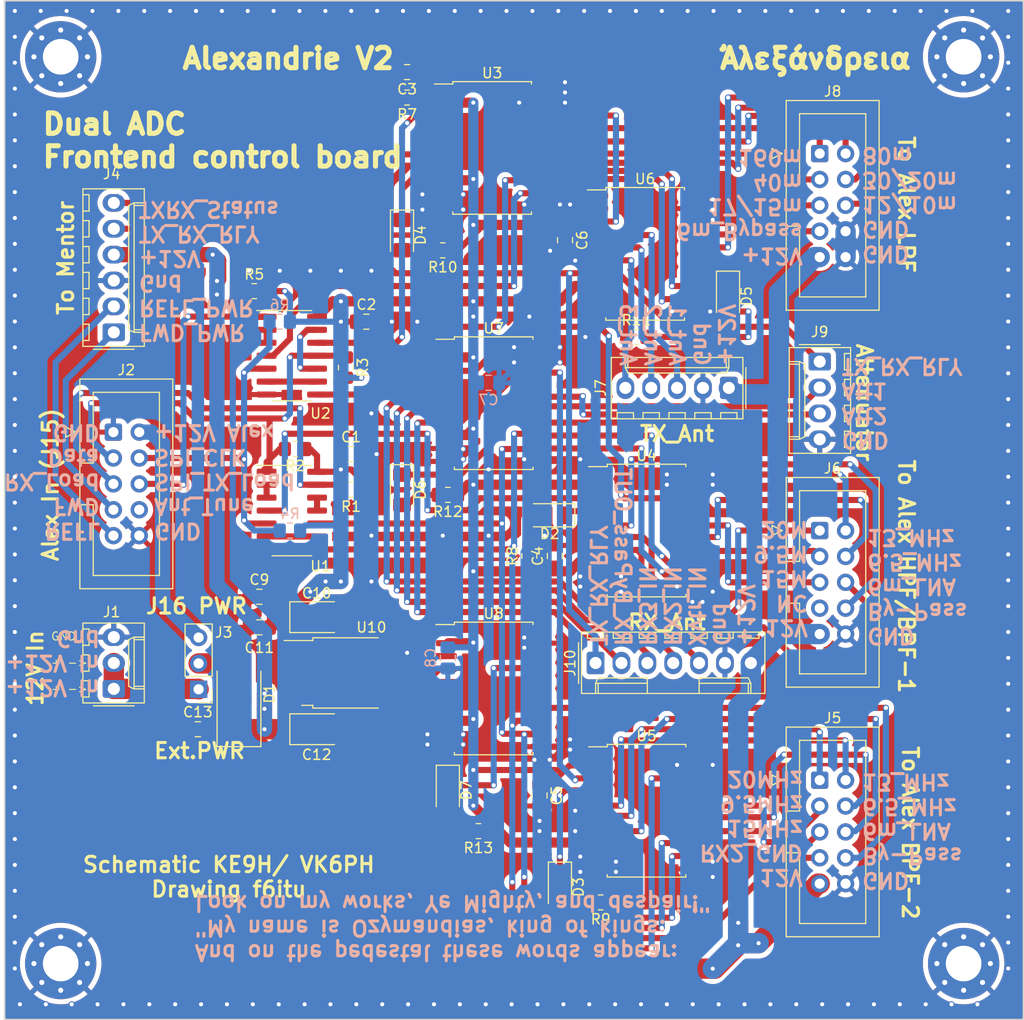
<source format=kicad_pcb>
(kicad_pcb (version 20221018) (generator pcbnew)
  (layers (0 "F.Cu" signal) (31 "B.Cu" signal) (34 "B.Paste" user) (35 "F.Paste" user) (36 "B.SilkS" user "B.Silkscreen") (37 "F.SilkS" user "F.Silkscreen") (38 "B.Mask" user) (39 "F.Mask" user) (44 "Edge.Cuts" user))
  (net 0 "")
  (net 1 "+5V")
  (net 2 "GND")
  (net 3 "Net-(D1-A)")
  (net 4 "Net-(D2-K)")
  (net 5 "Net-(D2-A)")
  (net 6 "SPI_RX_Load")
  (net 7 "SPI_SPL_CLK")
  (net 8 "SPI_SPL_Data")
  (net 9 "TX_RX_RLY")
  (net 10 "+12V")
  (net 11 "40m")
  (net 12 "30{slash}20m")
  (net 13 "160m")
  (net 14 "80m")
  (net 15 "HPF_ByPass")
  (net 16 "1.5HPF")
  (net 17 "6.5HPF")
  (net 18 "9.5HPF")
  (net 19 "6mLNA")
  (net 20 "20HPF")
  (net 21 "13HPF")
  (net 22 "Net-(U1-Pad2)")
  (net 23 "Net-(U1-Pad6)")
  (net 24 "Net-(U2-Pad2)")
  (net 25 "Net-(U2-Pad6)")
  (net 26 "Net-(U2-Pad10)")
  (net 27 "Net-(D3-K)")
  (net 28 "RX_BYPASS_OUT")
  (net 29 "Xvtr_IN")
  (net 30 "RX3_IN")
  (net 31 "RX2_IN")
  (net 32 "Att2")
  (net 33 "Att1")
  (net 34 "Ant_1")
  (net 35 "Ant_3")
  (net 36 "Ant_2")
  (net 37 "6m_Bypass")
  (net 38 "17{slash}15m")
  (net 39 "12{slash}10m")
  (net 40 "Net-(D3-A)")
  (net 41 "Net-(D4-K)")
  (net 42 "Net-(D4-A)")
  (net 43 "Net-(D5-K)")
  (net 44 "Net-(D5-A)")
  (net 45 "Net-(D6-K)")
  (net 46 "Net-(D6-A)")
  (net 47 "Net-(D7-K)")
  (net 48 "Net-(D7-A)")
  (net 49 "Net-(J1-Pin_1)")
  (net 50 "+12V_Alex")
  (net 51 "SPI_TX_Load")
  (net 52 "FWD_PWR")
  (net 54 "REFL_PWR")
  (net 55 "Net-(J4-Pin_6)")
  (net 56 "20HPF_2")
  (net 57 "13HPF_2")
  (net 58 "9.5HPF_2")
  (net 59 "6.5HPF_2")
  (net 60 "1.5HPF_2")
  (net 61 "6mLNA_2")
  (net 62 "RX2_GND")
  (net 63 "HPF_ByPass_2")
  (net 65 "Net-(U4-SERin)")
  (net 66 "Net-(U4-SRCK)")
  (net 67 "Net-(U4-RCK)")
  (net 68 "Net-(U1-Pad11)")
  (net 69 "Net-(U3-RCK)")
  (net 70 "Net-(U3-SRCK)")
  (net 71 "Net-(U3-SERin)")
  (net 75 "Net-(U3-SERout)")
  (net 79 "Net-(U4-SERout)")
  (net 82 "Net-(U5-SERin)")
  (net 84 "Net-(U5-SERout)")
  (footprint "Resistor_SMD:R_0805_2012Metric_Pad1.20x1.40mm_HandSolder" (layer "F.Cu") (at 129 134 180)
    (fp_text reference "R13")
    (fp_text value "1k2")
  )
  (footprint "Resistor_SMD:R_0805_2012Metric_Pad1.20x1.40mm_HandSolder" (layer "F.Cu") (at 144.5 85.5)
    (fp_text reference "R11")
    (fp_text value "1k2")
  )
  (footprint "LED_SMD:LED_1206_3216Metric_Pad1.42x1.75mm_HandSolder" (layer "F.Cu") (at 153.5 81.5 -90)
    (fp_text reference "D5")
    (fp_text value "LED")
  )
  (footprint "Diode_SMD:D_SMB_Handsoldering" (layer "F.Cu") (at 105.5 121 90)
    (fp_text reference "D1")
    (fp_text value "D")
  )
  (footprint "Resistor_SMD:R_0805_2012Metric_Pad1.20x1.40mm_HandSolder" (layer "F.Cu") (at 134 107 90)
    (fp_text reference "R8")
    (fp_text value "1k2")
  )
  (footprint "Connector_Molex:Molex_KK-254_AE-6410-03A_1x03_P2.54mm_Vertical" (layer "F.Cu") (at 93.2125 120.04 90)
    (fp_text reference "J1")
    (fp_text value "Conn_01x03")
  )
  (footprint "MountingHole:MountingHole_3.5mm_Pad_Via" (layer "F.Cu") (at 176.625 147)
    (fp_text reference "TP4" hide)
    (fp_text value "TEST")
  )
  (footprint "Capacitor_SMD:C_0805_2012Metric_Pad1.18x1.45mm_HandSolder" (layer "F.Cu") (at 135 130.5 -90)
    (fp_text reference "C5")
    (fp_text value "100n")
  )
  (footprint "Package_TO_SOT_SMD:TO-252-3_TabPin2" (layer "F.Cu") (at 116.065 118.475)
    (fp_text reference "U10")
    (fp_text value "LM78M05_TO252")
  )
  (footprint "MountingHole:MountingHole_3.5mm_Pad_Via" (layer "F.Cu") (at 176.625 58)
    (fp_text reference "TP3" hide)
    (fp_text value "TEST")
  )
  (footprint "Package_SO:SOIC-20W_7.5x12.8mm_P1.27mm" (layer "F.Cu") (at 130.5 120)
    (fp_text reference "U8")
    (fp_text value "TPIC6B595")
  )
  (footprint "Capacitor_SMD:C_0805_2012Metric_Pad1.18x1.45mm_HandSolder" (layer "F.Cu") (at 101.4625 124)
    (fp_text reference "C13")
    (fp_text value "100n")
  )
  (footprint "Resistor_SMD:R_0805_2012Metric_Pad1.20x1.40mm_HandSolder" (layer "F.Cu") (at 122 62 180)
    (fp_text reference "R7")
    (fp_text value "4k7")
  )
  (footprint "Package_SO:SOIC-14_3.9x8.7mm_P1.27mm" (layer "F.Cu") (at 110.6875 87.34)
    (fp_text reference "U2")
    (fp_text value "74HCT04")
  )
  (footprint "LED_SMD:LED_1206_3216Metric_Pad1.42x1.75mm_HandSolder" (layer "F.Cu") (at 126 130 -90)
    (fp_text reference "D7")
    (fp_text value "LED")
  )
  (footprint "MountingHole:MountingHole_3.5mm_Pad_Via" (layer "F.Cu") (at 88 147)
    (fp_text reference "TP2" hide)
    (fp_text value "TEST")
  )
  (footprint "LED_SMD:LED_1206_3216Metric_Pad1.42x1.75mm_HandSolder" (layer "F.Cu") (at 136 103 180)
    (fp_text reference "D2")
    (fp_text value "LED")
  )
  (footprint "Connector_IDC:IDC-Header_2x05_P2.54mm_Vertical" (layer "F.Cu") (at 162.5 104.5)
    (fp_text reference "J6")
    (fp_text value "Conn_02x05_Odd_Even")
  )
  (footprint "Connector_Molex:Molex_KK-254_AE-6410-07A_1x07_P2.54mm_Vertical" (layer "F.Cu") (at 140.5 117.5)
    (fp_text reference "J10")
    (fp_text value "Conn_01x07")
  )
  (footprint "Capacitor_Tantalum_SMD:CP_EIA-3528-12_Kemet-T_Pad1.50x2.35mm_HandSolder" (layer "F.Cu") (at 113.125 124)
    (fp_text reference "C12")
    (fp_text value "10u")
  )
  (footprint "Resistor_SMD:R_0805_2012Metric_Pad1.20x1.40mm_HandSolder" (layer "F.Cu") (at 111 96.5 180)
    (fp_text reference "R2")
    (fp_text value "10k")
  )
  (footprint "MountingHole:MountingHole_3.5mm_Pad_Via" (layer "F.Cu") (at 88 58)
    (fp_text reference "TP1" hide)
    (fp_text value "TEST")
  )
  (footprint "Connector_PinHeader_2.54mm:PinHeader_1x03_P2.54mm_Vertical" (layer "F.Cu") (at 101.5375 120.08 180)
    (fp_text reference "J3")
    (fp_text value "CONN_01X03")
  )
  (footprint "Connector_IDC:IDC-Header_2x05_P2.54mm_Vertical" (layer "F.Cu") (at 93.1725 94.84)
    (fp_text reference "J2")
    (fp_text value "Conn_02x05_Odd_Even")
  )
  (footprint "Package_SO:SOIC-20W_7.5x12.8mm_P1.27mm" (layer "F.Cu") (at 145.3625 77.34)
    (fp_text reference "U6")
    (fp_text value "TPIC6B595")
  )
  (footprint "Package_SO:SOIC-20W_7.5x12.8mm_P1.27mm" (layer "F.Cu") (at 130.35 66.945)
    (fp_text reference "U3")
    (fp_text value "TPIC6B595")
  )
  (footprint "Capacitor_Tantalum_SMD:CP_EIA-3528-12_Kemet-T_Pad1.50x2.35mm_HandSolder" (layer "F.Cu") (at 113.125 113)
    (fp_text reference "C10")
    (fp_text value "10u")
  )
  (footprint "LED_SMD:LED_1206_3216Metric_Pad1.42x1.75mm_HandSolder" (layer "F.Cu") (at 121.5 100.5 -90)
    (fp_text reference "D6")
    (fp_text value "LED")
  )
  (footprint "Capacitor_SMD:C_0805_2012Metric_Pad1.18x1.45mm_HandSolder" (layer "F.Cu") (at 116.5 97)
    (fp_text reference "C1")
    (fp_text value "100n")
  )
  (footprint "Capacitor_SMD:C_0805_2012Metric_Pad1.18x1.45mm_HandSolder" (layer "F.Cu") (at 107.5 114)
    (fp_text reference "C11")
    (fp_text value "100n")
  )
  (footprint "Package_SO:SOIC-20W_7.5x12.8mm_P1.27mm" (layer "F.Cu") (at 130.5 92)
    (fp_text reference "U7")
    (fp_text value "TPIC6B595")
  )
  (footprint "Connector_Molex:Molex_KK-254_AE-6410-05A_1x05_P2.54mm_Vertical" (layer "F.Cu") (at 153.58 90.5 180)
    (fp_text reference "J7")
    (fp_text value "Conn_01x05")
  )
  (footprint "Resistor_SMD:R_0805_2012Metric_Pad1.20x1.40mm_HandSolder" (layer "F.Cu") (at 126 101 180)
    (fp_text reference "R12")
    (fp_text value "1k2")
  )
  (footprint "Capacitor_SMD:C_0805_2012Metric_Pad1.18x1.45mm_HandSolder" (layer "F.Cu") (at 118 84)
    (fp_text reference "C2")
    (fp_text value "100n")
  )
  (footprint "Capacitor_SMD:C_0805_2012Metric_Pad1.18x1.45mm_HandSolder" (layer "F.Cu") (at 122 59.5 180)
    (fp_text reference "C3")
    (fp_text value "100n")
  )
  (footprint "Resistor_SMD:R_0805_2012Metric_Pad1.20x1.40mm_HandSolder" (layer "F.Cu") (at 141 141 180)
    (fp_text reference "R9")
    (fp_text value "1k2")
  )
  (footprint "Package_SO:SOIC-20W_7.5x12.8mm_P1.27mm" (layer "F.Cu") (at 145.5 104.5)
    (fp_text reference "U4")
    (fp_text value "TPIC6B595")
  )
  (footprint "Resistor_SMD:R_0805_2012Metric_Pad1.20x1.40mm_HandSolder" (layer "F.Cu") (at 116.5 100.5 180)
    (fp_text reference "R1")
    (fp_text value "10k")
  )
  (footprint "Connector_IDC:IDC-Header_2x05_P2.54mm_Vertical" (layer "F.Cu") (at 162.5 129)
    (fp_text reference "J5")
    (fp_text value "Conn_02x05_Odd_Even")
  )
  (footprint "Connector_IDC:IDC-Header_2x05_P2.54mm_Vertical" (layer "F.Cu") (at 162.5 67.5)
    (fp_text reference "J8")
    (fp_text value "Conn_02x05_Odd_Even")
  )
  (footprint "LED_SMD:LED_1206_3216Metric_Pad1.42x1.75mm_HandSolder" (layer "F.Cu") (at 137 139.5 -90)
    (fp_text reference "D3")
    (fp_text value "LED")
  )
  (footprint "Capacitor_SMD:C_0805_2012Metric_Pad1.18x1.45mm_HandSolder" (layer "F.Cu") (at 137.5 76 -90)
    (fp_text reference "C6")
    (fp_text value "100n")
  )
  (footprint "Resistor_SMD:R_0805_2012Metric_Pad1.20x1.40mm_HandSolder" (layer "F.Cu") (at 125.5 77 180)
    (fp_text reference "R10")
    (fp_text value "1k2")
  )
  (footprint "Capacitor_SMD:C_0805_2012Metric_Pad1.18x1.45mm_HandSolder" (layer "F.Cu") (at 136.5 107 90)
    (fp_text reference "C4")
    (fp_text value "100n")
  )
  (footprint "Resistor_SMD:R_0805_2012Metric_Pad1.20x1.40mm_HandSolder" (layer "F.Cu") (at 116 88.5 -90)
    (fp_text reference "R3")
    (fp_text value "10k")
  )
  (footprint "Package_SO:SOIC-14_3.9x8.7mm_P1.27mm" (layer "F.Cu") (at 110.6875 102.54)
    (fp_text reference "U1")
    (fp_text value "74HCT04")
  )
  (footprint "Connector_Molex:Molex_KK-254_AE-6410-04A_1x04_P2.54mm_Vertical" (layer "F.Cu") (at 162.5 87.92 -90)
    (fp_text reference "J9")
    (fp_text value "Conn_01x04")
  )
  (footprint "LED_SMD:LED_1206_3216Metric_Pad1.42x1.75mm_HandSolder" (layer "F.Cu") (at 121.5 75.5 -90)
    (fp_text reference "D4")
    (fp_text value "LED")
  )
  (footprint "Package_SO:SOIC-20W_7.5x12.8mm_P1.27mm" (layer "F.Cu") (at 145.5 132)
    (fp_text reference "U5")
    (fp_text value "TPIC6B595")
  )
  (footprint "Connector_Molex:Molex_KK-254_AE-6410-06A_1x06_P2.54mm_Vertical" (layer "F.Cu") (at 93.2125 85.04 90)
    (fp_text reference "J4")
    (fp_text value "Conn_01x06")
  )
  (footprint "Resistor_SMD:R_0805_2012Metric_Pad1.20x1.40mm_HandSolder" (layer "F.Cu") (at 107 81)
    (fp_text reference "R5")
    (fp_text value "10k")
  )
  (footprint "Capacitor_SMD:C_0805_2012Metric_Pad1.18x1.45mm_HandSolder" (layer "F.Cu") (at 107.5 111)
    (fp_text reference "C9")
    (fp_text value "100n")
  )
  (footprint "Capacitor_SMD:C_0805_2012Metric_Pad1.18x1.45mm_HandSolder" (layer "B.Cu") (at 126 117 -90)
    (fp_text reference "C8")
    (fp_text value "100n")
  )
  (footprint "Capacitor_SMD:C_0805_2012Metric_Pad1.18x1.45mm_HandSolder" (layer "B.Cu") (at 130 90)
    (fp_text reference "C7")
    (fp_text value "100n")
  )
  (footprint "Resistor_SMD:R_0805_2012Metric_Pad1.20x1.40mm_HandSolder" (layer "B.Cu") (at 109.5 84 180)
    (fp_text reference "R6")
    (fp_text value "10k")
  )
  (footprint "Resistor_SMD:R_0805_2012Metric_Pad1.20x1.40mm_HandSolder" (layer "B.Cu") (at 110.5 104.5 180)
    (fp_text reference "R4")
    (fp_text value "10k")
  )
  (gr_line (start 82.5 52.5) (end 82.5 152.5) (stroke (width 0.15)) (layer "Edge.Cuts"))
  (gr_line (start 182.5 52.5) (end 82.5 52.5) (stroke (width 0.15)) (layer "Edge.Cuts"))
  (gr_line (start 182.5 152.5) (end 182.5 52.5) (stroke (width 0.15)) (layer "Edge.Cuts"))
  (gr_line (start 82.5 152.5) (end 182.5 152.5) (stroke (width 0.15)) (layer "Edge.Cuts"))
  (gr_text "12V\nRX2_GND\n15MHz\n9.5MHz\n20MHz" (at 161 128 180) (layer "B.SilkS") (effects (font (size 1.5 1.5) (thickness 0.3) bold) (justify right bottom mirror)))
  (gr_text "And on the pedestal these words appear:\n\"My name is Ozymandias, king of kings:\nLook on my works, Ye Mighty, and despair!\"" (at 101 143.5 180) (layer "B.SilkS") (effects (font (size 1.5 1.5) (thickness 0.3)) (justify left mirror)))
  (gr_text "12V\nNC\n15M\n9.5M\n20M" (at 161.5 103.5 180) (layer "B.SilkS") (effects (font (size 1.5 1.5) (thickness 0.3) bold) (justify right bottom mirror)))
  (gr_text "GND\nAnt_Tune\nSPI_TX_Load\nSPI_CLK\n+12V Alex\n\n" (at 97 98.5 180) (layer "B.SilkS") (effects (font (size 1.5 1.5) (thickness 0.3)) (justify left mirror)))
  (gr_text "GND\nGND\n12/10m\n30/20m\n80m" (at 166.5 72.5 180) (layer "B.SilkS") (effects (font (size 1.5 1.5) (thickness 0.3)) (justify left mirror)))
  (gr_text "+12V\n6m_Bypass\n17/15m\n40m\n160m" (at 161 67 180) (layer "B.SilkS") (effects (font (size 1.5 1.5) (thickness 0.3) bold) (justify right bottom mirror)))
  (gr_text "FWD_PWR\nREFL_PWR\nGnd\n+12V\nTX_RX_RLY\nTXRX_Status\n" (at 95.5 79 180) (layer "B.SilkS") (effects (font (size 1.5 1.5) (thickness 0.3)) (justify left mirror)))
  (gr_text "+12V In\n+12V In\nGnd" (at 92 117.5 180) (layer "B.SilkS") (effects (font (size 1.5 1.5) (thickness 0.3)) (justify right mirror)))
  (gr_text "+12V\nGnd\nXvtr_IN\nRX2_IN\nRX3_IN\nRX_ByPass_OUT\nTX_RX_RLY" (at 148 116 -90) (layer "B.SilkS") (effects (font (size 1.5 1.5) (thickness 0.3)) (justify left mirror)))
  (gr_text "GND\nBy-Pass\n6m_LNA\n6.5_MHz\n13_MHz" (at 166.5 134 180) (layer "B.SilkS") (effects (font (size 1.5 1.5) (thickness 0.3)) (justify left mirror)))
  (gr_text "REFL\nFWD\nRX_Load\nData\nGND" (at 92 94 180) (layer "B.SilkS") (effects (font (size 1.5 1.5) (thickness 0.3) bold) (justify right bottom mirror)))
  (gr_text "+12V\nGnd\nAnt_1\nAnt_2\nAnt_3" (at 148.5 88.5 -90) (layer "B.SilkS") (effects (font (size 1.5 1.5) (thickness 0.3)) (justify left mirror)))
  (gr_text "GND\nBy-Pass\n6m_LNA\n6.5_MHz\n13_MHz" (at 167 110 180) (layer "B.SilkS") (effects (font (size 1.5 1.5) (thickness 0.3)) (justify left mirror)))
  (gr_text "GND\nAtt2\nAtt1\nTX_RX_RLY" (at 164.5 87.5 180) (layer "B.SilkS") (effects (font (size 1.5 1.5) (thickness 0.3) bold) (justify left bottom mirror)))
  (gr_text "         Alexandrie V2                     Ἀλεξάνδρεια \n\nDual ADC \nFrontend control board\n" (at 86 63) (layer "F.SilkS") (effects (font (size 2 2) (thickness 0.5) bold) (justify left)))
  (gr_text "Ext.PWR" (at 97 127) (layer "F.SilkS") (effects (font (size 1.5 1.5) (thickness 0.3) bold) (justify left bottom)))
  (gr_text "GND\n\n+ ->\n\n+ ->" (at 87 120.5) (layer "F.SilkS") (effects (font (size 0.8 0.8) (thickness 0.1)) (justify left bottom)))
  (gr_text "Schematic KE9H/ VK6PH\nDrawing f6itu" (at 104.5 138.5) (layer "F.SilkS") (effects (font (size 1.5 1.5) (thickness 0.3))))
  (gr_text "Alex In (J15)\n" (at 87 100 90) (layer "F.SilkS") (effects (font (size 1.5 1.5) (thickness 0.3))))
  (gr_text "To Alex BPF-2" (at 170.5 125.5 270) (layer "F.SilkS") (effects (font (size 1.5 1.5) (thickness 0.3) bold) (justify left bottom)))
  (gr_text "J16 PWR\n\n" (at 96.2025 115.21) (layer "F.SilkS") (effects (font (size 1.5 1.5) (thickness 0.3) bold) (justify left bottom)))
  (gr_text "To Alex LPF" (at 171 72.5 -90) (layer "F.SilkS") (effects (font (size 1.5 1.5) (thickness 0.3))))
  (gr_text "Attenuator" (at 166 86 -90) (layer "F.SilkS") (effects (font (size 1.5 1.5) (thickness 0.3) bold) (justify left bottom)))
  (gr_text "12V In" (at 85.5 118 90) (layer "F.SilkS") (effects (font (size 1.5 1.5) (thickness 0.3))))
  (gr_text "RX_Ant" (at 147.5 113.5) (layer "F.SilkS") (effects (font (size 1.5 1.5) (thickness 0.3))))
  (gr_text "TX_Ant" (at 148.5 95) (layer "F.SilkS") (effects (font (size 1.5 1.5) (thickness 0.3))))
  (gr_text "To Alex HPF/BPF-1" (at 171 109 270) (layer "F.SilkS") (effects (font (size 1.5 1.5) (thickness 0.3))))
  (gr_text "To Mentor" (at 88.5 83.5 90) (layer "F.SilkS") (effects (font (size 1.5 1.5) (thickness 0.3)) (justify left)))
  (segment (start 117.5 99.5) (end 117.5 100.5) (width 0.6) (layer "F.Cu") (net 1))
  (segment (start 129.5 74.5) (end 128.5 74.5) (width 1) (layer "F.Cu") (net 1))
  (segment (start 123.0375 59.5) (end 123.0375 61.9625) (width 0.6) (layer "F.Cu") (net 1))
  (segment (start 112 96.5) (end 112.5 96.5) (width 0.6) (layer "F.Cu") (net 1))
  (segment (start 131.5 74.5) (end 129.5 74.5) (width 1) (layer "F.Cu") (net 1))
  (segment (start 111 111) (end 111.5 111.5) (width 0.6) (layer "F.Cu") (net 1))
  (segment (start 116.9625 84) (end 115.5 84) (width 0.6) (layer "F.Cu") (net 1))
  (segment (start 138 74) (end 137.5 74.5) (width 1) (layer "F.Cu") (net 1))
  (segment (start 128.5 82) (end 128.5 83.5) (width 1) (layer "F.Cu") (net 1))
  (segment (start 143.5 81.5) (end 143.5 85.5) (width 0.6) (layer "F.Cu") (net 1))
  (segment (start 127 77) (end 129.5 74.5) (width 0.6) (layer "F.Cu") (net 1))
  (segment (start 143.175 135.175) (end 140.85 135.175) (width 0.6) (layer "F.Cu") (net 1))
  (segment (start 115.4625 98.4625) (end 115.5 98.5) (width 0.6) (layer "F.Cu") (net 1))
  (segment (start 111.5 111.5) (end 111.5 113) (width 1.5) (layer "F.Cu") (net 1))
  (segment (start 137 82) (end 138.5 80.5) (width 1) (layer "F.Cu") (net 1))
  (segment (start 126.0625 95.12) (end 127.88 95.12) (width 1) (layer "F.Cu") (net 1))
  (segment (start 132.12 135.12) (end 128.5 131.5) (width 1) (layer "F.Cu") (net 1))
  (segment (start 140.85 127.555) (end 137.945 127.555) (width 0.6) (layer "F.Cu") (net 1))
  (segment (start 128.5 100) (end 128 100) (width 1) (layer "F.Cu") (net 1))
  (segment (start 110.5 114) (end 111.5 113) (width 0.6) (layer "F.Cu") (net 1))
  (segment (start 144.5 140) (end 144.5 136.5) (width 0.6) (layer "F.Cu") (net 1))
  (segment (start 128.5 123) (end 128.325 123.175) (width 1) (layer "F.Cu") (net 1))
  (segment (start 112.5 96.5) (end 113.1625 97.1625) (width 0.6) (layer "F.Cu") (net 1))
  (segment (start 142.515 80.515) (end 143.5 81.5) (width 0.6) (layer "F.Cu") (net 1))
  (segment (start 113.5 109.5) (end 112.5 110.5) (width 1.5) (layer "F.Cu") (net 1))
  (segment (start 115.27 98.73) (end 115.5 98.5) (width 0.6) (layer "F.Cu") (net 1))
  (segment (start 116.5 98.5) (end 117.5 99.5) (width 0.6) (layer "F.Cu") (net 1))
  (segment (start 108 81) (end 110 81) (width 0.6) (layer "F.Cu") (net 1))
  (segment (start 111.025 116.195) (end 111.025 113.475) (width 1.5) (layer "F.Cu") (net 1))
  (segment (start 143.5 141) (end 144.5 140) (width 0.6) (layer "F.Cu") (net 1))
  (segment (start 127.88 95.12) (end 128.5 94.5) (width 1) (layer "F.Cu") (net 1))
  (segment (start 137.945 127.555) (end 137.5 128) (width 0.6) (layer "F.Cu") (net 1))
  (segment (start 112.5 110.5) (end 111.5 111.5) (width 1.5) (layer "F.Cu") (net 1))
  (segment (start 136.0375 129.4625) (end 135 129.4625) (width 0.6) (layer "F.Cu") (net 1))
  (segment (start 128.38 70.12) (end 128.5 70) (width 1) (layer "F.Cu") (net 1))
  (segment (start 141.0625 100) (end 128.5 100) (width 1) (layer "F.Cu") (net 1))
  (segment (start 128.325 123.175) (end 126.0625 123.175) (width 1) (layer "F.Cu") (net 1))
  (segment (start 144.5 136.5) (end 143.175 135.175) (width 0.6) (layer "F.Cu") (net 1))
  (segment (start 140.7125 72.895) (end 139.105 72.895) (width 1) (layer "F.Cu") (net 1))
  (segment (start 115.5 82) (end 115.5 84) (width 1.5) (layer "F.Cu") (net 1))
  (segment (start 137.5 128) (end 136.0375 129.4625) (width 0.6) (layer "F.Cu") (net 1))
  (segment (start 137.5 74.5) (end 131.5 74.5) (width 1) (layer "F.Cu") (net 1))
  (segment (start 108.5375 111) (end 111 111) (width 0.6) (layer "F.Cu") (net 1))
  (segment (start 123.0375 61.9625) (end 123 62) (width 0.6) (layer "F.Cu") (net 1))
  (segment (start 108.5375 111) (end 108.5375 114) (width 0.6) (layer "F.Cu") (net 1))
  (segment (start 114.6925 82) (end 137 82) (width 1) (layer "F.Cu") (net 1))
  (segment (start 141.0625 135.12) (end 136 135.12) (width 1) (layer "F.Cu") (net 1))
  (segment (start 141.0625 107.62) (end 138.88 107.62) (width 1) (layer "F.Cu") (net 1))
  (segment (start 116 89.5) (end 117.5 89.5) (width 0.6) (layer "F.Cu") (net 1))
  (segment (start 111.025 113.475) (end 111.5 113) (width 1.5) (layer "F.Cu") (net 1))
  (segment (start 113.1625 83.53) (end 114.6925 82) (width 1) (layer "F.Cu") (net 1))
  (segment (start 138.88 107.62) (end 138 108.5) (width 1) (layer "F.Cu") (net 1))
  (segment (start 136 135.12) (end 132.12 135.12) (width 1) (layer "F.Cu") (net 1))
  (segment (start 137.5 74.9625) (end 137.5 74.5) (width 0.6) (layer "F.Cu") (net 1))
  (segment (start 115.5 109.5) (end 113.5 109.5) (width 1.5) (layer "F.Cu") (net 1))
  (segment (start 138 108.5) (end 128.5 108.5) (width 1) (layer "F.Cu") (net 1))
  (segment (start 123.5 62.5) (end 123 62) (width 1) (layer "F.Cu") (net 1))
  (segment (start 125.7 62.5) (end 123.5 62.5) (width 1) (layer "F.Cu") (net 1))
  (segment (start 128.5 62.5) (end 125.7 62.5) (width 1) (layer "F.Cu") (net 1))
  (segment (start 142 141) (end 143.5 141) (width 0.6) (layer "F.Cu") (net 1))
  (segment (start 126.0625 115.555) (end 128.445 115.555) (width 1) (layer "F.Cu") (net 1))
  (segment (start 138.5 80.5) (end 140.6975 80.5) (width 1) (layer "F.Cu") (net 1))
  (segment (start 125.7 70.12) (end 128.38 70.12) (width 1) (layer "F.Cu") (net 1))
  (segment (start 115.5 98.5) (end 116.5 98.5) (width 0.6) (layer "F.Cu") (net 1))
  (segment (start 126.5 77) (end 127 77) (width 0.6) (layer "F.Cu") (net 1))
  (segment (start 128 100) (end 127 101) (width 1) (layer "F.Cu") (net 1))
  (segment (start 140.6975 80.5) (end 140.7125 80.515) (width 0.6) (layer "F.Cu") (net 1))
  (segment (start 108.5375 114) (end 110.5 114) (width 0.6) (layer "F.Cu") (net 1))
  (segment (start 113.1625 98.73) (end 115.27 98.73) (width 0.6) (layer "F.Cu") (net 1))
  (segment (start 128.5 87.5) (end 126.0625 87.5) (width 1) (layer "F.Cu") (net 1))
  (segment (start 137.5 128) (end 128.5 128) (width 0.6) (layer "F.Cu") (net 1))
  (segment (start 113.1625 97.1625) (end 113.1625 98.73) (width 0.6) (layer "F.Cu") (net 1))
  (segment (start 115.4625 97) (end 115.4625 98.4625) (width 0.6) (layer "F.Cu") (net 1))
  (segment (start 128.445 115.555) (end 128.5 115.5) (width 1) (layer "F.Cu") (net 1))
  (segment (start 140.7125 80.515) (end 142.515 80.515) (width 0.6) (layer "F.Cu") (net 1))
  (segment (start 139.105 72.895) (end 138 74) (width 1) (layer "F.Cu") (net 1))
  (via (at 117.5 89.5) (size 0.6) (drill 0.4) (layers "F.Cu" "B.Cu") (net 1))
  (via (at 128.5 82) (size 0.6) (drill 0.4) (layers "F.Cu" "B.Cu") (net 1))
  (via (at 128.5 87.5) (size 0.6) (drill 0.4) (layers "F.Cu" "B.Cu") (net 1))
  (via (at 114 109.5) (size 0.6) (drill 0.4) (layers "F.Cu" "B.Cu") (net 1))
  (via (at 128.5 100) (size 0.6) (drill 0.4) (layers "F.Cu" "B.Cu") (net 1))
  (via (at 115.5 98.5) (size 0.6) (drill 0.4) (layers "F.Cu" "B.Cu") (net 1))
  (via (at 128.5 108.5) (size 0.6) (drill 0.4) (layers "F.Cu" "B.Cu") (net 1))
  (via (at 128.5 94.5) (size 0.6) (drill 0.4) (layers "F.Cu" "B.Cu") (net 1))
  (via (at 128.5 74.5) (size 0.6) (drill 0.4) (layers "F.Cu" "B.Cu") (net 1))
  (via (at 128.5 62.5) (size 0.6) (drill 0.4) (layers "F.Cu" "B.Cu") (net 1))
  (via (at 112.5 110.5) (size 0.6) (drill 0.4) (layers "F.Cu" "B.Cu") (net 1))
  (via (at 115.5 82) (size 0.6) (drill 0.4) (layers "F.Cu" "B.Cu") (net 1))
  (via (at 128.5 115.5) (size 0.6) (drill 0.4) (layers "F.Cu" "B.Cu") (net 1))
  (via (at 128.5 128) (size 0.6) (drill 0.4) (layers "F.Cu" "B.Cu") (net 1))
  (via (at 128.5 83.5) (size 0.6) (drill 0.4) (layers "F.Cu" "B.Cu") (net 1))
  (via (at 128.5 70) (size 0.6) (drill 0.4) (layers "F.Cu" "B.Cu") (net 1))
  (via (at 115.5 84) (size 0.6) (drill 0.4) (layers "F.Cu" "B.Cu") (net 1))
  (via (at 115.5 109.5) (size 0.6) (drill 0.4) (layers "F.Cu" "B.Cu") (net 1))
  (via (at 128.5 131.5) (size 0.6) (drill 0.4) (layers "F.Cu" "B.Cu") (net 1))
  (via (at 128.5 123) (size 0.6) (drill 0.4) (layers "F.Cu" "B.Cu") (net 1))
  (via (at 110 81) (size 0.6) (drill 0.4) (layers "F.Cu" "B.Cu") (net 1))
  (segment (start 116 89.5) (end 115.5 90) (width 0.6) (layer "B.Cu") (net 1))
  (segment (start 115.5 109.5) (end 114 109.5) (width 1.5) (layer "B.Cu") (net 1))
  (segment (start 113.5 109.5) (end 112.5 110.5) (width 1.5) (layer "B.Cu") (net 1))
  (segment (start 128.5 87.5) (end 128.5 89.5375) (width 1) (layer "B.Cu") (net 1))
  (segment (start 110.5 84) (end 115 84) (width 0.6) (layer "B.Cu") (net 1))
  (segment (start 128.5 131.5) (end 128.5 128) (width 1) (layer "B.Cu") (net 1))
  (segment (start 110 81) (end 110.5 81.5) (width 0.6) (layer "B.Cu") (net 1))
  (segment (start 128.5 87.5) (end 128.5 82) (width 1) (layer "B.Cu") (net 1))
  (segment (start 128.5 89.5375) (end 128.9625 90) (width 1) (layer "B.Cu") (net 1))
  (segment (start 128.5 70) (end 128.5 74.5) (width 1) (layer "B.Cu") (net 1))
  (segment (start 115.5 98.5) (end 115.5 90) (width 1.5) (layer "B.Cu") (net 1))
  (segment (start 115.5 98.5) (end 115.5 104) (width 1.5) (layer "B.Cu") (net 1))
  (segment (start 128.5 115.5) (end 128.5 123) (width 1) (layer "B.Cu") (net 1))
  (segment (start 115.5 83.5) (end 115.5 82) (width 1.5) (layer "B.Cu") (net 1))
  (segment (start 112 104) (end 115.5 104) (width 0.6) (layer "B.Cu") (net 1))
  (segment (start 128.0375 115.9625) (end 128.5 115.5) (width 0.6) (layer "B.Cu") (net 1))
  (segment (start 128.5 70) (end 128.5 62.5) (width 1) (layer "B.Cu") (net 1))
  (segment (start 115.5 104) (end 115.5 109.5) (width 1.5) (layer "B.Cu") (net 1))
  (segment (start 111.5 104.5) (end 112 104) (width 0.6) (layer "B.Cu") (net 1))
  (segment (start 117.5 89.5) (end 116 89.5) (width 0.6) (layer "B.Cu") (net 1))
  (segment (start 128.5 74.5) (end 128.5 82) (width 1) (layer "B.Cu") (net 1))
  (segment (start 128.5 87.5) (end 128.5 115.5) (width 1) (layer "B.Cu") (net 1))
  (segment (start 115 84) (end 115.5 83.5) (width 0.6) (layer "B.Cu") (net 1))
  (segment (start 114 109.5) (end 113.5 109.5) (width 1.5) (layer "B.Cu") (net 1))
  (segment (start 110.5 81.5) (end 110.5 84) (width 0.6) (layer "B.Cu") (net 1))
  (segment (start 115.5 90) (end 115.5 83.5) (width 1.5) (layer "B.Cu") (net 1))
  (segment (start 128.5 123) (end 128.5 128) (width 1) (layer "B.Cu") (net 1))
  (segment (start 126 115.9625) (end 128.0375 115.9625) (width 0.6) (layer "B.Cu") (net 1))
  (segment (start 151 111.065) (end 150.15 110.215) (width 0.6) (layer "F.Cu") (net 2))
  (segment (start 125.905 96.5) (end 125.85 96.445) (width 0.6) (layer "F.Cu") (net 2))
  (segment (start 135.095 87.5) (end 135.15 87.555) (width 0.6) (layer "F.Cu") (net 2))
  (segment (start 135.15 125.715) (end 137.285 125.715) (width 0.6) (layer "F.Cu") (net 2))
  (segment (start 140.7125 81.785) (end 140.7125 83.055) (width 0.6) (layer "F.Cu") (net 2))
  (segment (start 134.055 115.555) (end 133.5 115) (width 0.6) (layer "F.Cu") (net 2))
  (segment (start 137.5 60.5) (end 137.5 61.5) (width 0.6) (layer "F.Cu") (net 2))
  (segment (start 147.5 100) (end 149 100) (width 0.6) (layer "F.Cu") (net 2))
  (segment (start 135 72.66) (end 133.66 72.66) (width 0.6) (layer "F.Cu") (net 2))
  (segment (start 127.39 71.39) (end 127.5 71.5) (width 0.6) (layer "F.Cu") (net 2))
  (segment (start 133 87.5) (end 134 87.5) (width 0.6) (layer "F.Cu") (net 2))
  (segment (start 150.15 127.555) (end 151.945 127.555) (width 0.6) (layer "F.Cu") (net 2))
  (segment (start 135 131.5375) (end 135 133) (width 0.6) (layer "F.Cu") (net 2))
  (segment (start 150.15 127.555) (end 148.555 127.555) (width 0.6) (layer "F.Cu") (net 2))
  (segment (start 137.5 77.0375) (end 137.5375 77.0375) (width 0.6) (layer "F.Cu") (net 2))
  (segment (start 142.715 110.215) (end 143 110.5) (width 0.6) (layer "F.Cu") (net 2))
  (segment (start 136 126.565) (end 135.15 125.715) (width 0.6) (layer "F.Cu") (net 2))
  (segment (start 136.84 72.66) (end 137 72.5) (width 0.6) (layer "F.Cu") (net 2))
  (segment (start 119.0375 84) (end 120.5 84) (width 0.6) (layer "F.Cu") (net 2))
  (segment (start 140.85 108.945) (end 142.945 108.945) (width 0.6) (layer "F.Cu") (net 2))
  (segment (start 135.365 97.5) (end 135.15 97.715) (width 0.6) (layer "F.Cu") (net 2))
  (segment (start 126.065 125.5) (end 125.85 125.715) (width 0.6) (layer "F.Cu") (net 2))
  (segment (start 150.095 100) (end 150.15 100.055) (width 0.6) (layer "F.Cu") (net 2))
  (segment (start 137.5 77.0375) (end 136.0375 77.0375) (width 0.6) (layer "F.Cu") (net 2))
  (segment (start 142.5 138) (end 141.135 138) (width 0.6) (layer "F.Cu") (net 2))
  (segment (start 142.5 137) (end 141.405 137) (width 0.6) (layer "F.Cu") (net 2))
  (segment (start 125.7 71.39) (end 123.61 71.39) (width 0.6) (layer "F.Cu") (net 2))
  (segment (start 123.84 72.66) (end 123.5 73) (width 0.6) (layer "F.Cu") (net 2))
  (segment (start 133.5 87.5) (end 134 87.5) (width 0.6) (layer "F.Cu") (net 2))
  (segment (start 126.0625 124.445) (end 126.0625 125.715) (width 0.6) (layer "F.Cu") (net 2))
  (segment (start 142.945 108.945) (end 143 109) (width 0.6) (layer "F.Cu") (net 2))
  (segment (start 140.85 110.215) (end 139.215 110.215) (width 0.6) (layer "F.Cu") (net 2))
  (segment (start 134 87.5) (end 135.095 87.5) (width 0.6) (layer "F.Cu") (net 2))
  (segment (start 137.5 61.5) (end 137.5 62.5) (width 0.6) (layer "F.Cu") (net 2))
  (segment (start 152 73) (end 152 72) (width 0.6) (layer "F.Cu") (net 2))
  (segment (start 135.205 87.5) (end 135.15 87.555) (width 0.6) (layer "F.Cu") (net 2))
  (segment (start 151.5 100) (end 150.205 100) (width 0.6) (layer "F.Cu") (net 2))
  (segment (start 139.215 110.215) (end 139 110) (width 0.6) (layer "F.Cu") (net 2))
  (segment (start 140.85 137.715) (end 139.285 137.715) (width 0.6) (layer "F.Cu") (net 2))
  (segment (start 136.5 105.9625) (end 136.4625 105.9625) (width 0.6) (layer "F.Cu") (net 2))
  (segment (start 150.15 110.215) (end 151.715 110.215) (width 0.6) (layer "F.Cu") (net 2))
  (segment (start 140.85 136.445) (end 139.055 136.445) (width 0.6) (layer "F.Cu") (net 2))
  (segment (start 151.285 137.715) (end 152 137) (width 0.6) (layer "F.Cu") (net 2))
  (segment (start 150.1175 73) (end 150.0125 72.895) (width 0.6) (layer "F.Cu") (net 2))
  (segment (start 139 97.5) (end 135.365 97.5) (width 0.6) (layer "F.Cu") (net 2))
  (segment (start 150.0125 83.055) (end 150.0675 83) (width 0.6) (layer "F.Cu") (net 2))
  (segment (start 137.715 125.715) (end 138 126) (width 0.6) (layer "F.Cu") (net 2))
  (segment (start 135 133) (end 135 134) (width 0.6) (layer "F.Cu") (net 2))
  (segment (start 141.135 138) (end 140.85 137.715) (width 0.6) (layer "F.Cu") (net 2))
  (segment (start 127.5 97.5) (end 126.065 97.5) (width 0.6) (layer "F.Cu") (net 2))
  (segment (start 152 99) (end 152 99.5) (width 0.6) (layer "F.Cu") (net 2))
  (segment (start 135 72.66) (end 136.84 72.66) (width 0.6) (layer "F.Cu") (net 2))
  (segment (start 150.205 100) (end 150.15 100.055) (width 0.6) (layer "F.Cu") (net 2))
  (segment (start 148.5 100) (end 149 100) (width 0.6) (layer "F.Cu") (net 2))
  (segment (start 141.0625 108.89) (end 141.0625 110.16) (width 0.6) (layer "F.Cu") (net 2))
  (segment (start 150.15 137.715) (end 151.285 137.715) (width 0.6) (layer "F.Cu") (net 2))
  (segment (start 148.555 127.555) (end 148.5 127.5) (width 0.6) (layer "F.Cu") (net 2))
  (segment (start 150 111.5) (end 150 110.365) (width 0.6) (layer "F.Cu") (net 2))
  (segment (start 152 73) (end 150.1175 73) (width 0.6) (layer "F.Cu") (net 2))
  (segment (start 135.15 97.715) (end 133.715 97.715) (width 0.6) (layer "F.Cu") (net 2))
  (segment (start 137 86.5) (end 137 87.5) (width 0.6) (layer "F.Cu") (net 2))
  (segment (start 150 110.365) (end 150.15 110.215) (width 0.6) (layer "F.Cu") (net 2))
  (segment (start 133.945 115.555) (end 133.5 116) (width 0.6) (layer "F.Cu") (net 2))
  (segment (start 151.715 110.215) (end 152 110.5) (width 0.6) (layer "F.Cu") (net 2))
  (segment (start 149.9575 83) (end 150.0125 83.055) (width 0.6) (layer "F.Cu") (net 2))
  (segment (start 123.61 71.39) (end 123.5 71.5) (width 0.6) (layer "F.Cu") (net 2))
  (segment (start 133 62.5) (end 135 62.5) (width 0.6) (layer "F.Cu") (net 2))
  (segment (start 137.5 62.5) (end 135 62.5) (width 0.6) (layer "F.Cu") (net 2))
  (segment (start 125.7 71.39) (end 127.39 71.39) (width 0.6) (layer "F.Cu") (net 2))
  (segment (start 151.945 127.555) (end 152 127.5) (width 0.6) (layer "F.Cu") (net 2))
  (segment (start 135.15 115.555) (end 133.945 115.555) (width 0.6) (layer "F.Cu") (net 2))
  (segment (start 150.0675 83) (end 151.75 83) (width 0.6) (layer "F.Cu") (net 2))
  (segment (start 152 100) (end 151.5 100) (width 0.6) (layer "F.Cu") (net 2))
  (segment (start 151.215 137.715) (end 152 138.5) (width 0.6) (layer "F.Cu") (net 2))
  (segment (start 125.7 72.66) (end 127.16 72.66) (width 0.6) (layer "F.Cu") (net 2))
  (segment (start 117.5375 97) (end 119 97) (width 0.6) (layer "F.Cu") (net 2))
  (segment (start 132.5 86.5) (end 133.5 87.5) (width 0.6) (layer "F.Cu") (net 2))
  (segment (start 140.85 108.945) (end 139.055 108.945) (width 0.6) (layer "F.Cu") (net 2))
  (segment (start 150.15 137.715) (end 151.215 137.715) (width 0.6) (layer "F.Cu") (net 2))
  (segment (start 141.0625 136.39) (end 141.0625 137.66) (width 0.6) (layer "F.Cu") (net 2))
  (segment (start 133.66 72.66) (end 133.5 72.5) (width 0.6) (layer "F.Cu") (net 2))
  (segment (start 126.065 97.5) (end 125.85 97.715) (width 0.6) (layer "F.Cu") (net 2))
  (segment (start 139.055 136.445) (end 139 136.5) (width 0.6) (layer "F.Cu") (net 2))
  (segment (start 134.5 127) (end 134.5 126.365) (width 0.6) (layer "F.Cu") (net 2))
  (segment (start 133.715 97.715) (end 133.5 97.5) (width 0.6) (layer "F.Cu") (net 2))
  (segment (start 127.5 124.5) (end 125.905 124.5) (width 0.6) (layer "F.Cu") (net 2))
  (segment (start 127.5 96.5) (end 125.905 96.5) (width 0.6) (layer "F.Cu") (net 2))
  (segment (start 125.7 71.39) (end 125.7 72.66) (width 0.6) (layer "F.Cu") (net 2))
  (segment (start 134.5 126.365) (end 135.15 125.715) (width 0.6) (layer "F.Cu") (net 2))
  (segment (start 137 87.5) (end 135.205 87.5) (width 0.6) (layer "F.Cu") (net 2))
  (segment (start 124 125.5) (end 125.635 125.5) (width 0.6) (layer "F.Cu") (net 2))
  (segment (start 139.285 137.715) (end 139 138) (width 0.6) (layer "F.Cu") (net 2))
  (segment (start 124 124.5) (end 125.795 124.5) (width 0.6) (layer "F.Cu") (net 2))
  (segment (start 127.5 125.5) (end 126.065 125.5) (width 0.6) (layer "F.Cu") (net 2))
  (segment (start 137 87.5) (end 137 88) (width 0.6) (layer "F.Cu") (net 2))
  (segment (start 150.15 110.215) (end 148.715 110.215) (width 0.6) (layer "F.Cu") (net 2))
  (segment (start 137.5375 77.0375) (end 138.5 78) (width 0.6) (layer "F.Cu") (net 2))
  (segment (start 126.0625 96.39) (end 126.0625 97.66) (width 0.6) (layer "F.Cu") (net 2))
  (segment (start 148 83) (end 149.9575 83) (width 0.6) (layer "F.Cu") (net 2))
  (segment (start 151 111.5) (end 151 111.065) (width 0.6) (layer "F.Cu") (net 2))
  (segment (start 149 100) (end 150.095 100) (width 0.6) (layer "F.Cu") (net 2))
  (segment (start 140.85 110.215) (end 142.715 110.215) (width 0.6) (layer "F.Cu") (net 2))
  (segment (start 132.5 88) (end 133 87.5) (width 0.6) (layer "F.Cu") (net 2))
  (segment (start 152 74) (end 152 73) (width 0.6) (layer "F.Cu") (net 2))
  (segment (start 137.285 125.715) (end 138 125) (width 0.6) (layer "F.Cu") (net 2))
  (segment (start 137 72.5) (end 138 72.5) (width 0.6) (layer "F.Cu") (net 2))
  (segment (start 125.905 124.5) (end 125.85 124.445) (width 0.6) (layer "F.Cu") (net 2))
  (segment (start 135.15 115.555) (end 134.055 115.555) (width 0.6) (layer "F.Cu") (net 2))
  (segment (start 125.795 124.5) (end 125.85 124.445) (width 0.6) (layer "F.Cu") (net 2))
  (segment (start 125.7 72.66) (end 123.84 72.66) (width 0.6) (layer "F.Cu") (net 2))
  (segment (start 125.635 125.5) (end 125.85 125.715) (width 0.6) (layer "F.Cu") (net 2))
  (segment (start 127.16 72.66) (end 127.5 73) (width 0.6) (layer "F.Cu") (net 2))
  (segment (start 147.5 99) (end 148.5 100) (width 0.6) (layer "F.Cu") (net 2))
  (segment (start 139.055 108.945) (end 139 109) (width 0.6) (layer "F.Cu") (net 2))
  (segment (start 136 127) (end 136 126.565) (width 0.6) (layer "F.Cu") (net 2))
  (segment (start 148.715 110.215) (end 148.5 110) (width 0.6) (layer "F.Cu") (net 2))
  (segment (start 152 99.5) (end 151.5 100) (width 0.6) (layer "F.Cu") (net 2))
  (segment (start 141.405 137) (end 140.85 136.445) (width 0.6) (layer "F.Cu") (net 2))
  (segment (start 136.4625 105.9625) (end 135.5 105) (width 0.6) (layer "F.Cu") (net 2))
  (segment (start 135.15 125.715) (end 137.715 125.715) (width 0.6) (layer "F.Cu") (net 2))
  (via (at 181 106.84) (size 0.6) (drill 0.4) (layers "F.Cu" "B.Cu") (net 2))
  (via (at 147 53.5) (size 0.6) (drill 0.4) (layers "F.Cu" "B.Cu") (net 2))
  (via (at 83.5 94.14) (size 0.6) (drill 0.4) (layers "F.Cu" "B.Cu") (net 2))
  (via (at 83.5 106.84) (size 0.6) (drill 0.4) (layers "F.Cu" "B.Cu") (net 2))
  (via (at 177.48 53.5) (size 0.6) (drill 0.4) (layers "F.Cu" "B.Cu") (net 2))
  (via (at 181 117) (size 0.6) (drill 0.4) (layers "F.Cu" "B.Cu") (net 2))
  (via (at 181 83.98) (size 0.6) (drill 0.4) (layers "F.Cu" "B.Cu") (net 2))
  (via (at 101.78 151) (size 0.6) (drill 0.4) (layers "F.Cu" "B.Cu") (net 2))
  (via (at 159.7 53.5) (size 0.6) (drill 0.4) (layers "F.Cu" "B.Cu") (net 2))
  (via (at 118.5 93) (size 0.6) (drill 0.4) (layers "F.Cu" "B.Cu") (net 2))
  (via (at 181 147.48) (size 0.6) (drill 0.4) (layers "F.Cu" "B.Cu") (net 2))
  (via (at 83.5 104.3) (size 0.6) (drill 0.4) (layers "F.Cu" "B.Cu") (net 2))
  (via (at 83.5 117) (size 0.6) (drill 0.4) (layers "F.Cu" "B.Cu") (net 2))
  (via (at 150 111.5) (size 0.6) (drill 0.4) (layers "F.Cu" "B.Cu") (net 2))
  (via (at 132.26 151) (size 0.6) (drill 0.4) (layers "F.Cu" "B.Cu") (net 2))
  (via (at 162.24 53.5) (size 0.6) (drill 0.4) (layers "F.Cu" "B.Cu") (net 2))
  (via (at 106.86 151) (size 0.6) (drill 0.4) (layers "F.Cu" "B.Cu") (net 2))
  (via (at 181 66.2) (size 0.6) (drill 0.4) (layers "F.Cu" "B.Cu") (net 2))
  (via (at 133.5 116) (size 0.6) (drill 0.4) (layers "F.Cu" "B.Cu") (net 2))
  (via (at 115.5 79) (size 0.6) (drill 0.4) (layers "F.Cu" "B.Cu") (net 2))
  (via (at 181 94.14) (size 0.6) (drill 0.4) (layers "F.Cu" "B.Cu") (net 2))
  (via (at 116.52 53.5) (size 0.6) (drill 0.4) (layers "F.Cu" "B.Cu") (net 2))
  (via (at 181 124.62) (size 0.6) (drill 0.4) (layers "F.Cu" "B.Cu") (net 2))
  (via (at 177.98 151) (size 0.6) (drill 0.4) (layers "F.Cu" "B.Cu") (net 2))
  (via (at 119.56 151) (size 0.6) (drill 0.4) (layers "F.Cu" "B.Cu") (net 2))
  (via (at 104.32 151) (size 0.6) (drill 0.4) (layers "F.Cu" "B.Cu") (net 2))
  (via (at 181 81.44) (size 0.6) (drill 0.4) (layers "F.Cu" "B.Cu") (net 2))
  (via (at 127.5 124.5) (size 0.6) (drill 0.4) (layers "F.Cu" "B.Cu") (net 2))
  (via (at 148.5 110) (size 0.6) (drill 0.4) (layers "F.Cu" "B.Cu") (net 2))
  (via (at 89.08 151) (size 0.6) (drill 0.4) (layers "F.Cu" "B.Cu") (net 2))
  (via (at 181 104.3) (size 0.6) (drill 0.4) (layers "F.Cu" "B.Cu") (net 2))
  (via (at 83.5 111.92) (size 0.6) (drill 0.4) (layers "F.Cu" "B.Cu") (net 2))
  (via (at 147.5 151) (size 0.6) (drill 0.4) (layers "F.Cu" "B.Cu") (net 2))
  (via (at 101.28 53.5) (size 0.6) (drill 0.4) (layers "F.Cu" "B.Cu") (net 2))
  (via (at 138 126) (size 0.6) (drill 0.4) (layers "F.Cu" "B.Cu") (net 2))
  (via (at 109.5 79) (size 0.6) (drill 0.4) (layers "F.Cu" "B.Cu") (net 2))
  (via (at 99.24 151) (size 0.6) (drill 0.4) (layers "F.Cu" "B.Cu") (net 2))
  (via (at 181 129.7) (size 0.6) (drill 0.4) (layers "F.Cu" "B.Cu") (net 2))
  (via (at 151.75 83) (size 0.6) (drill 0.4) (layers "F.Cu" "B.Cu") (net 2))
  (via (at 119.06 53.5) (size 0.6) (drill 0.4) (layers "F.Cu" "B.Cu") (net 2))
  (via (at 83.5 96.68) (size 0.6) (drill 0.4) (layers "F.Cu" "B.Cu") (net 2))
  (via (at 181 61.12) (size 0.6) (drill 0.4) (layers "F.Cu" "B.Cu") (net 2))
  (via (at 96.7 151) (size 0.6) (drill 0.4) (layers "F.Cu" "B.Cu") (net 2))
  (via (at 172.9 151) (size 0.6) (drill 0.4) (layers "F.Cu" "B.Cu") (net 2))
  (via (at 142.42 151) (size 0.6) (drill 0.4) (layers "F.Cu" "B.Cu") (net 2))
  (via (at 103.82 53.5) (size 0.6) (drill 0.4) (layers "F.Cu" "B.Cu") (net 2))
  (via (at 155.12 151) (size 0.6) (drill 0.4) (layers "F.Cu" "B.Cu") (net 2))
  (via (at 138 72.5) (size 0.6) (drill 0.4) (layers "F.Cu" "B.Cu") (net 2))
  (via (at 83.5 66.2) (size 0.6) (drill 0.4) (layers "F.Cu" "B.Cu") (net 2))
  (via (at 181 86.52) (size 0.6) (drill 0.4) (layers "F.Cu" "B.Cu") (net 2))
  (via (at 181 53.5) (size 0.6) (drill 0.4) (layers "F.Cu" "B.Cu") (net 2))
  (via (at 181 91.6) (size 0.6) (drill 0.4) (layers "F.Cu" "B.Cu") (net 2))
  (via (at 136.84 53.5) (size 0.6) (drill 0.4) (layers "F.Cu" "B.Cu") (net 2))
  (via (at 143 109) (size 0.6) (drill 0.4) (layers "F.Cu" "B.Cu") (net 2))
  (via (at 129.22 53.5) (size 0.6) (drill 0.4) (layers "F.Cu" "B.Cu") (net 2))
  (via (at 181 119.54) (size 0.6) (drill 0.4) (layers "F.Cu" "B.Cu") (net 2))
  (via (at 181 63.66) (size 0.6) (drill 0.4) (layers "F.Cu" "B.Cu") (net 2))
  (via (at 83.5 99.22) (size 0.6) (drill 0.4) (layers "F.Cu" "B.Cu") (net 2))
  (via (at 133.5 97.5) (size 0.6) (drill 0.4) (layers "F.Cu" "B.Cu") (net 2))
  (via (at 157.66 151) (size 0.6) (drill 0.4) (layers "F.Cu" "B.Cu") (net 2))
  (via (at 108.9 53.5) (size 0.6) (drill 0.4) (layers "F.Cu" "B.Cu") (net 2))
  (via (at 123.5 73) (size 0.6) (drill 0.4) (layers "F.Cu" "B.Cu") (net 2))
  (via (at 152 74) (size 0.6) (drill 0.4) (layers "F.Cu" "B.Cu") (net 2))
  (via (at 86.04 53.5) (size 0.6) (drill 0.4) (layers "F.Cu" "B.Cu") (net 2))
  (via (at 133.5 115) (size 0.6) (drill 0.4) (layers "F.Cu" "B.Cu") (net 2))
  (via (at 181 89.06) (size 0.6) (drill 0.4) (layers "F.Cu" "B.Cu") (net 2))
  (via (at 152 137) (size 0.6) (drill 0.4) (layers "F.Cu" "B.Cu") (net 2))
  (via (at 152 99) (size 0.6) (drill 0.4) (layers "F.Cu" "B.Cu") (net 2))
  (via (at 83.5 144.94) (size 0.6) (drill 0.4) (layers "F.Cu" "B.Cu") (net 2))
  (via (at 134.5 127) (size 0.6) (drill 0.4) (layers "F.Cu" "B.Cu") (net 2))
  (via (at 83.5 127.16) (size 0.6) (drill 0.4) (layers "F.Cu" "B.Cu") (net 2))
  (via (at 181 56.04) (size 0.6) (drill 0.4) (layers "F.Cu" "B.Cu") (net 2))
  (via (at 181 122.08) (size 0.6) (drill 0.4) (layers "F.Cu" "B.Cu") (net 2))
  (via (at 167.82 151) (size 0.6) (drill 0.4) (layers "F.Cu" "B.Cu") (net 2))
  (via (at 154.62 53.5) (size 0.6) (drill 0.4) (layers "F.Cu" "B.Cu") (net 2))
  (via (at 130 105) (size 0.6) (drill 0.4) (layers "F.Cu" "B.Cu") (net 2))
  (via (at 174.94 53.5) (size 0.6) (drill 0.4) (layers "F.Cu" "B.Cu") (net 2))
  (via (at 138.5 132) (size 0.6) (drill 0.4) (layers "F.Cu" "B.Cu") (net 2))
  (via (at 181 71.28) (size 0.6) (drill 0.4) (layers "F.Cu" "B.Cu") (net 2))
  (via (at 152 127.5) (size 0.6) (drill 0.4) (layers "F.Cu" "B.Cu") (net 2))
  (via (at 137.34 151) (size 0.6) (drill 0.4) (layers "F.Cu" "B.Cu") (net 2))
  (via (at 139 109) (size 0.6) (drill 0.4) (layers "F.Cu" "B.Cu") (net 2))
  (via (at 121.6 53.5) (size 0.6) (drill 0.4) (layers "F.Cu" "B.Cu") (net 2))
  (via (at 106.36 53.5) (size 0.6) (drill 0.4) (layers "F.Cu" "B.Cu") (net 2))
  (via (at 83.5 129.7) (size 0.6) (drill 0.4) (layers "F.Cu" "B.Cu") (net 2))
  (via (at 125.5 105) (size 0.6) (drill 0.4) (layers "F.Cu" "B.Cu") (net 2))
  (via (at 139.38 53.5) (size 0.6) (drill 0.4) (layers "F.Cu" "B.Cu") (net 2))
  (via (at 143 110.5) (size 0.6) (drill 0.4) (layers "F.Cu" "B.Cu") (net 2))
  (via (at 122.1 151) (size 0.6) (drill 0.4) (layers "F.Cu" "B.Cu") (net 2))
  (via (at 132.5 88) (size 0.6) (drill 0.4) (layers "F.Cu" "B.Cu") (net 2))
  (via (at 181 68.74) (size 0.6) (drill 0.4) (layers "F.Cu" "B.Cu") (net 2))
  (via (at 83.5 139.86) (size 0.6) (drill 0.4) (layers "F.Cu" "B.Cu") (net 2))
  (via (at 137.5 62.5) (size 0.6) (drill 0.4) (layers "F.Cu" "B.Cu") (net 2))
  (via (at 83.5 137.32) (size 0.6) (drill 0.4) (layers "F.Cu" "B.Cu") (net 2))
  (via (at 127.5 125.5) (size 0.6) (drill 0.4) (layers "F.Cu" "B.Cu") (net 2))
  (via (at 144.96 151) (size 0.6) (drill 0.4) (layers "F.Cu" "B.Cu") (net 2))
  (via (at 127.5 73) (size 0.6) (drill 0.4) (layers "F.Cu" "B.Cu") (net 2))
  (via (at 181 144.94) (size 0.6) (drill 0.4) (layers "F.Cu" "B.Cu") (net 2))
  (via (at 152.08 53.5) (size 0.6) (drill 0.4) (layers "F.Cu" "B.Cu") (net 2))
  (via (at 139.88 151) (size 0.6) (drill 0.4) (layers "F.Cu" "B.Cu") (net 2))
  (via (at 160.2 151) (size 0.6) (drill 0.4) (layers "F.Cu" "B.Cu") (net 2))
  (via (at 181 101.76) (size 0.6) (drill 0.4) (layers "F.Cu" "B.Cu") (net 2))
  (via (at 181 142.4) (size 0.6) (drill 0.4) (layers "F.Cu" "B.Cu") (net 2))
  (via (at 152 138.5) (size 0.6) (drill 0.4) (layers "F.Cu" "B.Cu") (net 2))
  (via (at 131.76 53.5) (size 0.6) (drill 0.4) (layers "F.Cu" "B.Cu") (net 2))
  (via (at 165.28 151) (size 0.6) (drill 0.4) (layers "F.Cu" "B.Cu") (net 2))
  (via (at 151 111.5) (size 0.6) (drill 0.4) (layers "F.Cu" "B.Cu") (net 2))
  (via (at 152 110.5) (size 0.6) (drill 0.4) (layers "F.Cu" "B.Cu") (net 2))
  (via (at 118.5 105) (size 0.6) (drill 0.4) (layers "F.Cu" "B.Cu") (net 2))
  (via (at 139 138) (size 0.6) (drill 0.4) (layers "F.Cu" "B.Cu") (net 2))
  (via (at 83.5 86.52) (size 0.6) (drill 0.4) (layers "F.Cu" "B.Cu") (net 2))
  (via (at 172.4 53.5) (size 0.6) (drill 0.4) (layers "F.Cu" "B.Cu") (net 2))
  (via (at 83.5 119.54) (size 0.6) (drill 0.4) (layers "F.Cu" "B.Cu") (net 2))
  (via (at 167.32 53.5) (size 0.6) (drill 0.4) (layers "F.Cu" "B.Cu") (net 2))
  (via (at 148.5 127.5) (size 0.6) (drill 0.4) (layers "F.Cu" "B.Cu") (net 2))
  (via (at 152 73) (size 0.6) (drill 0.4) (layers "F.Cu" "B.Cu") (net 2))
  (via (at 139.5 85.5) (size 0.6) (drill 0.4) (layers "F.Cu" "B.Cu") (net 2))
  (via (at 147.5 100) (size 0.6) (drill 0.4) (layers "F.Cu" "B.Cu") (net 2))
  (via (at 114.48 151) (size 0.6) (drill 0.4) (layers "F.Cu" "B.Cu") (net 2))
  (via (at 86.54 151) (size 0.6) (drill 0.4) (layers "F.Cu" "B.Cu") (net 2))
  (via (at 135.5 105) (size 0.6) (drill 0.4) (layers "F.Cu" "B.Cu") (net 2))
  (via (at 152.58 151) (size 0.6) (drill 0.4) (layers "F.Cu" "B.Cu") (net 2))
  (via (at 152 72) (size 0.6) (drill 0.4) (layers "F.Cu" "B.Cu") (net 2))
  (via (at 147.5 99) (size 0.6) (drill 0.4) (layers "F.Cu" "B.Cu") (net 2))
  (via (at 124.14 53.5) (size 0.6) (drill 0.4) (layers "F.Cu" "B.Cu") (net 2))
  (via (at 129.72 151) (size 0.6) (drill 0.4) (layers "F.Cu" "B.Cu") (net 2))
  (via (at 138.5 134) (size 0.6) (drill 0.4) (layers "F.Cu" "B.Cu") (net 2))
  (via (at 127.5 96.5) (size 0.6) (drill 0.4) (layers "F.Cu" "B.Cu") (net 2))
  (via (at 98.74 53.5) (size 0.6) (drill 0.4) (layers "F.Cu" "B.Cu") (net 2))
  (via (at 126.68 53.5) (size 0.6) (drill 0.4) (layers "F.Cu" "B.Cu") (net 2))
  (via (at 83.5 142.4) (size 0.6) (drill 0.4) (layers "F.Cu" "B.Cu") (net 2))
  (via (at 83.5 147.48) (size 0.6) (drill 0.4) (layers "F.Cu" "B.Cu") (net 2))
  (via (at 120.5 84) (size 0.6) (drill 0.4) (layers "F.Cu" "B.Cu") (net 2))
  (via (at 83.5 122.08) (size 0.6) (drill 0.4) (layers "F.Cu" "B.Cu") (net 2))
  (via (at 83.5 76.36) (size 0.6) (drill 0.4) (layers "F.Cu" "B.Cu") (net 2))
  (via (at 83.5 101.76) (size 0.6) (drill 0.4) (layers "F.Cu" "B.Cu") (net 2))
  (via (at 123.5 71.5) (size 0.6) (drill 0.4) (layers "F.Cu" "B.Cu") (net 2))
  (via (at 148 83) (size 0.6) (drill 0.4) (layers "F.Cu" "B.Cu") (net 2))
  (via (at 83.5 61.12) (size 0.6) (drill 0.4) (layers "F.Cu" "B.Cu") (net 2))
  (via (at 124.64 151) (size 0.6) (drill 0.4) (layers "F.Cu" "B.Cu") (net 2))
  (via (at 137 72.5) (size 0.6) (drill 0.4) (layers "F.Cu" "B.Cu") (net 2))
  (via (at 122 116.5) (size 0.6) (drill 0.4) (layers "F.Cu" "B.Cu") (net 2))
  (via (at 181 99.22) (size 0.6) (drill 0.4) (layers "F.Cu" "B.Cu") (net 2))
  (via (at 150.04 151) (size 0.6) (drill 0.4) (layers "F.Cu" "B.Cu") (net 2))
  (via (at 164.78 53.5) (size 0.6) (drill 0.4) (layers "F.Cu" "B.Cu") (net 2))
  (via (at 175.44 151) (size 0.6) (drill 0.4) (layers "F.Cu" "B.Cu") (net 2))
  (via (at 138.5 78) (size 0.6) (drill 0.4) (layers "F.Cu" "B.Cu") (net 2))
  (via (at 111.94 151) (size 0.6) (drill 0.4) (layers "F.Cu" "B.Cu") (net 2))
  (via (at 181 58.58) (size 0.6) (drill 0.4) (layers "F.Cu" "B.Cu") (net 2))
  (via (at 141.92 53.5) (size 0.6) (drill 0.4) (layers "F.Cu" "B.Cu") (net 2))
  (via (at 137.5 61.5) (size 0.6) (drill 0.4) (layers "F.Cu" "B.Cu") (net 2))
  (via (at 181 127.16) (size 0.6) (drill 0.4) (layers "F.Cu" "B.Cu") (net 2))
  (via (at 83.5 89.06) (size 0.6) (drill 0.4) (layers "F.Cu" "B.Cu") (net 2))
  (via (at 149.54 53.5) (size 0.6) (drill 0.4) (layers "F.Cu" "B.Cu") (net 2))
  (via (at 83.5 114.46) (size 0.6) (drill 0.4) (layers "F.Cu" "B.Cu") (net 2))
  (via (at 136.0375 77.0375) (size 0.6) (drill 0.4) (layers "F.Cu" "B.Cu") (net 2))
  (via (at 139 110) (size 0.6) (drill 0.4) (layers "F.Cu" "B.Cu") (net 2))
  (via (at 118.5 79) (size 0.6) (drill 0.4) (layers "F.Cu" "B.Cu") (net 2))
  (via (at 170.36 151) (size 0.6) (drill 0.4) (layers "F.Cu" "B.Cu") (net 2))
  (via (at 84 151) (size 0.6) (drill 0.4) (layers "F.Cu" "B.Cu") (net 2))
  (via (at 181 137.32) (size 0.6) (drill 0.4) (layers "F.Cu" "B.Cu") (net 2))
  (via (at 83.5 71.28) (size 0.6) (drill 0.4) (layers "F.Cu" "B.Cu") (net 2))
  (via (at 91.12 53.5) (size 0.6) (drill 0.4) (layers "F.Cu" "B.Cu") (net 2))
  (via (at 181 111.92) (size 0.6) (drill 0.4) (layers "F.Cu" "B.Cu") (net 2))
  (via (at 117.02 151) (size 0.6) (drill 0.4) (layers "F.Cu" "B.Cu") (net 2))
  (via (at 157.16 53.5) (size 0.6) (drill 0.4) (layers "F.Cu" "B.Cu") (net 2))
  (via (at 83.5 78.9) (size 0.6) (drill 0.4) (layers "F.Cu" "B.Cu") (net 2))
  (via (at 134.3 53.5) (size 0.6) (drill 0.4) (layers "F.Cu" "B.Cu") (net 2))
  (via (at 111.44 53.5) (size 0.6) (drill 0.4) (layers "F.Cu" "B.Cu") (net 2))
  (via (at 144.46 53.5) (size 0.6) (drill 0.4) (layers "F.Cu" "B.Cu") (net 2))
  (via (at 94.16 151) (size 0.6) (drill 0.4) (layers "F.Cu" "B.Cu") (net 2))
  (via (at 113.98 53.5) (size 0.6) (drill 0.4) (layers "F.Cu" "B.Cu") (net 2))
  (via (at 132.5 86.5) (size 0.6) (drill 0.4) (layers "F.Cu" "B.Cu") (net 2))
  (via (at 181 134.78) (size 0.6) (drill 0.4) (layers "F.Cu" "B.Cu") (net 2))
  (via (at 181 139.86) (size 0.6) (drill 0.4) (layers "F.Cu" "B.Cu") (net 2))
  (via (at 106.5 79) (size 0.6) (drill 0.4) (layers "F.Cu" "B.Cu") (net 2))
  (via (at 118.5 109.5) (size 0.6) (drill 0.4) (layers "F.Cu" "B.Cu") (net 2))
  (via (at 124 125.5) (size 0.6) (drill 0.4) (layers "F.Cu" "B.Cu") (net 2))
  (via (at 83.5 134.78) (size 0.6) (drill 0.4) (layers "F.Cu" "B.Cu") (net 2))
  (via (at 139 97.5) (size 0.6) (drill 0.4) (layers "F.Cu" "B.Cu") (net 2))
  (via (at 133.5 72.5) (size 0.6) (drill 0.4) (layers "F.Cu" "B.Cu") (net 2))
  (via (at 135 134) (size 0.6) (drill 0.4) (layers "F.Cu" "B.Cu") (net 2))
  (via (at 83.5 109.38) (size 0.6) (drill 0.4) (layers "F.Cu" "B.Cu") (net 2))
  (via (at 137.5 60.5) (size 0.6) (drill 0.4) (layers "F.Cu" "B.Cu") (net 2))
  (via (at 139 136.5) (size 0.6) (drill 0.4) (layers "F.Cu" "B.Cu") (net 2))
  (via (at 181 132.24) (size 0.6) (drill 0.4) (layers "F.Cu" "B.Cu") (net 2))
  (via (at 83.5 63.66) (size 0.6) (drill 0.4) (layers "F.Cu" "B.Cu") (net 2))
  (via (at 138 125) (size 0.6) (drill 0.4) (layers "F.Cu" "B.Cu") (net 2))
  (via (at 181 73.82) (size 0.6) (drill 0.4) (layers "F.Cu" "B.Cu") (net 2))
  (via (at 142.5 138) (size 0.6) (drill 0.4) (layers "F.Cu" "B.Cu") (net 2))
  (via (at 134 83.5) (size 0.6) (drill 0.4) (layers "F.Cu" "B.Cu") (net 2))
  (via (at 135 133) (size 0.6) (drill 0.4) (layers "F.Cu" "B.Cu") (net 2))
  (via (at 127.5 71.5) (size 0.6) (drill 0.4) (layers "F.Cu" "B.Cu") (net 2))
  (via (at 83.5 91.6) (size 0.6) (drill 0.4) (layers "F.Cu" "B.Cu") (net 2))
  (via (at 137 88) (size 0.6) (drill 0.4) (layers "F.Cu" "B.Cu") (net 2))
  (via (at 181 76.36) (size 0.6) (drill 0.4) (layers "F.Cu" "B.Cu") (net 2))
  (via (at 181 109.38) (size 0.6) (drill 0.4) (layers "F.Cu" "B.Cu") (net 2))
  (via (at 123 84) (size 0.6) (drill 0.4) (layers "F.Cu" "B.Cu") (net 2))
  (via (at 91.62 151) (size 0.6) (drill 0.4) (layers "F.Cu" "B.Cu") (net 2))
  (via (at 124 124.5) (size 0.6) (drill 0.4) (layers "F.Cu" "B.Cu") (net 2))
  (via (at 181 114.46) (size 0.6) (drill 0.4) (layers "F.Cu" "B.Cu") (net 2))
  (via (at 134.8 151) (size 0.6) (drill 0.4) (layers "F.Cu" "B.Cu") (net 2))
  (via (at 130 98.5) (size 0.6) (drill 0.4) (layers "F.Cu" "B.Cu") (net 2))
  (via (at 83.5 58.58) (size 0.6) (drill 0.4) (layers "F.Cu" "B.Cu") (net 2))
  (via (at 127.5 97.5) (size 0.6) (drill 0.4) (layers "F.Cu" "B.Cu") (net 2))
  (via (at 181 78.9) (size 0.6) (drill 0.4) (layers "F.Cu" "B.Cu") (net 2))
  (via (at 83.5 83.98) (size 0.6) (drill 0.4) (layers "F.Cu" "B.Cu") (net 2))
  (via (at 119 97) (size 0.6) (drill 0.4) (layers "F.Cu" "B.Cu") (net 2))
  (via (at 136 127) (size 0.6) (drill 0.4) (layers "F.Cu" "B.Cu") (net 2))
  (via (at 83.5 132.24) (size 0.6) (drill 0.4) (layers "F.Cu" "B.Cu") (net 2))
  (via (at 137 86.5) (size 0.6) (drill 0.4) (layers "F.Cu" "B.Cu") (net 2))
  (via (at 88.58 53.5) (size 0.6) (drill 0.4) (layers "F.Cu" "B.Cu") (net 2))
  (via (at 93.66 53.5) (size 0.6) (drill 0.4) (layers "F.Cu" "B.Cu") (net 2))
  (via (at 112.5 79) (size 0.6) (drill 0.4) (layers "F.Cu" "B.Cu") (net 2))
  (via (at 181 96.68) (size 0.6) (drill 0.4) (layers "F.Cu" "B.Cu") (net 2))
  (via (at 83.5 73.82) (size 0.6) (drill 0.4) (layers "F.Cu" "B.Cu") (net 2))
  (via (at 162.74 151) (size 0.6) (drill 0.4) (layers "F.Cu" "B.Cu") (net 2))
  (via (at 169.86 53.5) (size 0.6) (drill 0.4) (layers "F.Cu" "B.Cu") (net 2))
  (via (at 127.18 151) (size 0.6) (drill 0.4) (layers "F.Cu" "B.Cu") (net 2))
  (via (at 83.5 124.62) (size 0.6) (drill 0.4) (layers "F.Cu" "B.Cu") (net 2))
  (via (at 152 100) (size 0.6) (drill 0.4) (layers "F.Cu" "B.Cu") (net 2))
  (via (at 109.4 151) (size 0.6) (drill 0.4) (layers "F.Cu" "B.Cu") (net 2))
  (via (at 83.5 53.5) (size 0.6) (drill 0.4) (layers "F.Cu" "B.Cu") (net 2))
  (via (at 96.2 53.5) (size 0.6) (drill 0.4) (layers "F.Cu" "B.Cu") (net 2))
  (via (at 83.5 56.04) (size 0.6) (drill 0.4) (layers "F.Cu" "B.Cu") (net 2))
  (via (at 83.5 68.74) (size 0.6) (drill 0.4) (layers "F.Cu" "B.Cu") (net 2))
  (via (at 133 62.5) (size 0.6) (drill 0.4) (layers "F.Cu" "B.Cu") (net 2))
  (via (at 142.5 137) (size 0.6) (drill 0.4) (layers "F.Cu" "B.Cu") (net 2))
  (via (at 83.5 81.44) (size 0.6) (drill 0.4) (layers "F.Cu" "B.Cu") (net 2))
  (segment (start 132.5 88) (end 132.5 88.5375) (width 0.6) (layer "B.Cu") (net 2))
  (segment (start 132.5 88.5375) (end 131.0375 90) (width 0.6) (layer "B.Cu") (net 2))
  (segment (start 126 118.0375) (end 123.5375 118.0375) (width 0.6) (layer "B.Cu") (net 2))
  (segment (start 165.04 75.12) (end 165.04 77.66) (width 2) (layer "B.Cu") (net 2))
  (segment (start 123.5375 118.0375) (end 122 116.5) (width 0.6) (layer "B.Cu") (net 2))
  (segment (start 104.74 117.54) (end 105.5 118.3) (width 2) (layer "F.Cu") (net 3))
  (segment (start 101.5375 117.54) (end 104.74 117.54) (width 2) (layer "F.Cu") (net 3))
  (segment (start 137.8925 102.595) (end 137.4875 103) (width 0.6) (layer "F.Cu") (net 4))
  (segment (start 141.0625 102.54) (end 141.736739 102.54) (width 0.6) (layer "F.Cu") (net 4))
  (segment (start 140.85 102.595) (end 137.8925 102.595) (width 0.6) (layer "F.Cu") (net 4))
  (segment (start 134 103.5125) (end 134.5125 103) (width 0.6) (layer "F.Cu") (net 5))
  (segment (start 134 106) (end 134 103.5125) (width 0.6) (layer "F.Cu") (net 5))
  (segment (start 111.5 92.5) (end 102 92.5) (width 0.6) (layer "F.Cu") (net 6))
  (segment (start 113.1625 100) (end 115 100) (width 0.6) (layer "F.Cu") (net 6))
  (segment (start 115 100) (end 115.5 100.5) (width 0.6) (layer "F.Cu") (net 6))
  (segment (start 113.1625 100) (end 111.5 100) (width 0.6) (layer "F.Cu") (net 6))
  (segment (start 102 92.5) (end 100.5 91) (width 0.6) (layer "F.Cu") (net 6))
  (segment (start 100.5 91) (end 90 91) (width 0.6) (layer "F.Cu") (net 6))
  (via (at 111.5 92.5) (size 0.6) (drill 0.4) (layers "F.Cu" "B.Cu") (net 6))
  (via (at 90 91) (size 0.6) (drill 0.4) (layers "F.Cu" "B.Cu") (net 6))
  (via (at 111.5 100) (size 0.6) (drill 0.4) (layers "F.Cu" "B.Cu") (net 6))
  (segment (start 111.5 100) (end 111.5 92.5) (width 0.6) (layer "B.Cu") (net 6))
  (segment (start 93.1725 99.92) (end 89.5 96.2475) (width 0.6) (layer "B.Cu") (net 6))
  (segment (start 89.5 91.5) (end 90 91) (width 0.6) (layer "B.Cu") (net 6))
  (segment (start 89.5 96.2475) (end 89.5 91.5) (width 0.6) (layer "B.Cu") (net 6))
  (segment (start 95.7125 97.38) (end 99.2495 97.38) (width 0.6) (layer "F.Cu") (net 7))
  (segment (start 108.2125 88.61) (end 106.39 88.61) (width 0.6) (layer "F.Cu") (net 7))
  (segment (start 106.31 103.81) (end 106 103.5) (width 0.6) (layer "F.Cu") (net 7))
  (segment (start 108.2125 103.81) (end 106.31 103.81) (width 0.6) (layer "F.Cu") (net 7))
  (segment (start 106.39 88.61) (end 106 89) (width 0.6) (layer "F.Cu") (net 7))
  (segment (start 106 97.5) (end 105.88 97.38) (width 0.6) (layer "F.Cu") (net 7))
  (segment (start 105.88 97.38) (end 99.2495 97.38) (width 0.6) (layer "F.Cu") (net 7))
  (via (at 106 89) (size 0.6) (drill 0.4) (layers "F.Cu" "B.Cu") (net 7))
  (via (at 106 103.5) (size 0.6) (drill 0.4) (layers "F.Cu" "B.Cu") (net 7))
  (via (at 106 97.5) (size 0.6) (drill 0.4) (layers "F.Cu" "B.Cu") (net 7))
  (segment (start 108.5 86.5) (end 106 89) (width 0.6) (layer "B.Cu") (net 7))
  (segment (start 109.5 104.5) (end 107 104.5) (width 0.6) (layer "B.Cu") (net 7))
  (segment (start 108.5 84) (end 108.5 86.5) (width 0.6) (layer "B.Cu") (net 7))
  (segment (start 106 97.5) (end 106 103.5) (width 0.6) (layer "B.Cu") (net 7))
  (segment (start 107 104.5) (end 106 103.5) (width 0.6) (layer "B.Cu") (net 7))
  (segment (start 106 97.5) (end 106 89) (width 0.6) (layer "B.Cu") (net 7))
  (segment (start 110 93.5) (end 108.5 93.5) (width 0.6) (layer "F.Cu") (net 8))
  (segment (start 108.2125 98.73) (end 108.5 98.4425) (width 0.6) (layer "F.Cu") (net 8))
  (segment (start 113.1625 87.34) (end 110.66 87.34) (width 0.6) (layer "F.Cu") (net 8))
  (segment (start 110.66 87.34) (end 110.5 87.5) (width 0.6) (layer "F.Cu") (net 8))
  (segment (start 107.9825 98.5) (end 108.2125 98.73) (width 0.6) (layer "F.Cu") (net 8))
  (segment (start 108.2125 97.7875) (end 108.2125 98.73) (width 0.6) (layer "F.Cu") (net 8))
  (segment (start 115.84 87.34) (end 116 87.5) (width 0.6) (layer "F.Cu") (net 8))
  (segment (start 108.5 98.4425) (end 108.5 93.5) (width 0.6) (layer "F.Cu") (net 8))
  (segment (start 109.5 96.5) (end 108.2125 97.7875) (width 0.6) (layer "F.Cu") (net 8))
  (segment (start 113.1625 87.34) (end 115.84 87.34) (width 0.6) (layer "F.Cu") (net 8))
  (segment (start 108.5 93.5) (end 101.2005 93.5) (width 0.6) (layer "F.Cu") (net 8))
  (segment (start 99.7005 92) (end 91 92) (width 0.6) (layer "F.Cu") (net 8))
  (segment (start 110 96.5) (end 109.5 96.5) (width 0.6) (layer "F.Cu") (net 8))
  (segment (start 101.2005 93.5) (end 99.7005 92) (width 0.6) (layer "F.Cu") (net 8))
  (via (at 91 92) (size 0.6) (drill 0.4) (layers "F.Cu" "B.Cu") (net 8))
  (via (at 110 93.5) (size 0.6) (drill 0.4) (layers "F.Cu" "B.Cu") (net 8))
  (via (at 110.5 87.5) (size 0.6) (drill 0.4) (layers "F.Cu" "B.Cu") (net 8))
  (segment (start 91 95.60375) (end 91 92) (width 0.6) (layer "B.Cu") (net 8))
  (segment (start 110.5 87.5) (end 110.5 93) (width 0.6) (layer "B.Cu") (net 8))
  (segment (start 92.77625 97.38) (end 91 95.60375) (width 0.6) (layer "B.Cu") (net 8))
  (segment (start 110.5 93) (end 110 93.5) (width 0.6) (layer "B.Cu") (net 8))
  (segment (start 93.1725 97.38) (end 92.77625 97.38) (width 0.6) (layer "B.Cu") (net 8))
  (segment (start 148 84.5) (end 142.745 79.245) (width 0.6) (layer "F.Cu") (net 9))
  (segment (start 159.08 84.5) (end 148 84.5) (width 0.6) (layer "F.Cu") (net 9))
  (segment (start 142.745 79.245) (end 140.7125 79.245) (width 0.6) (layer "F.Cu") (net 9))
  (segment (start 162.5 87.92) (end 159.08 84.5) (width 0.6) (layer "F.Cu") (net 9))
  (segment (start 120.87 79.245) (end 116.505 74.88) (width 0.6) (layer "F.Cu") (net 9))
  (segment (start 140.7125 79.245) (end 120.87 79.245) (width 0.6) (layer "F.Cu") (net 9))
  (segment (start 116.505 74.88) (end 93.2125 74.88) (width 0.6) (layer "F.Cu") (net 9))
  (via (at 138 79.245) (size 0.6) (drill 0.4) (layers "F.Cu" "B.Cu") (net 9))
  (segment (start 137.89663 112.26413) (end 137.89663 79.34837) (width 0.6) (layer "B.Cu") (net 9))
  (segment (start 137.89663 79.34837) (end 138 79.245) (width 0.6) (layer "B.Cu") (net 9))
  (segment (start 140.5 114.8675) (end 137.89663 112.26413) (width 0.6) (layer "B.Cu") (net 9))
  (segment (start 140.5 117.5) (end 140.5 114.8675) (width 0.6) (layer "B.Cu") (net 9))
  (segment (start 111.025 120.755) (end 111.025 123.525) (width 1.5) (layer "F.Cu") (net 10))
  (segment (start 102.92 77.42) (end 103.5 78) (width 1.5) (layer "F.Cu") (net 10))
  (segment (start 154.700614 145) (end 154.49597 145.204644) (width 2) (layer "F.Cu") (net 10))
  (segment (start 154.49597 143.00403) (end 154.5 143) (width 2) (layer "F.Cu") (net 10))
  (segment (start 105.5 123.7) (end 129.3 147.5) (width 2) (layer "F.Cu") (net 10))
  (segment (start 111.5 124) (end 108 124) (width 2) (layer "F.Cu") (net 10))
  (segment (start 152 147.500002) (end 152.200612 147.500002) (width 2) (layer "F.Cu") (net 10))
  (segment (start 162.5 139.16) (end 162.34 139.16) (width 2) (layer "F.Cu") (net 10))
  (segment (start 129.3 147.5) (end 152.200614 147.5) (width 2) (layer "F.Cu") (net 10))
  (segment (start 156.5 145) (end 154.700614 145) (width 2) (layer "F.Cu") (net 10))
  (segment (start 108 122) (end 108 120.5) (width 1.5) (layer "F.Cu") (net 10))
  (segment (start 152.200612 147.500002) (end 154.49597 145.204644) (width 2) (layer "F.Cu") (net 10))
  (segment (start 105.8 124) (end 105.5 123.7) (width 2) (layer "F.Cu") (net 10))
  (segment (start 103.3375 80) (end 103.3375 81.3375) (width 1.5) (layer "F.Cu") (net 10))
  (segment (start 154.49597 145.204644) (end 154.49597 143.00403) (width 2) (layer "F.Cu") (net 10))
  (segment (start 162.34 139.16) (end 156.5 145) (width 2) (layer "F.Cu") (net 10))
  (segment (start 108 124) (end 105.8 124) (width 2) (layer "F.Cu") (net 10))
  (segment (start 111.025 123.525) (end 111.5 124) (width 1.5) (layer "F.Cu") (net 10))
  (segment (start 93.2125 77.42) (end 102.92 77.42) (width 1.5) (layer "F.Cu") (net 10))
  (segment (start 105.2 124) (end 105.5 123.7) (width 0.6) (layer "F.Cu") (net 10))
  (segment (start 102.5 124) (end 105.2 124) (width 0.6) (layer "F.Cu") (net 10))
  (segment (start 103.5 78) (end 103.5 79.8375) (width 1.5) (layer "F.Cu") (net 10))
  (segment (start 108 124) (end 108 122) (width 1.5) (layer "F.Cu") (net 10))
  (segment (start 103.5 79.8375) (end 103.3375 80) (width 1.5) (layer "F.Cu") (net 10))
  (via (at 154.49597 145.204644) (size 0.6) (drill 0.4) (layers "F.Cu" "B.Cu") (net 10))
  (via (at 154.5 143) (size 0.6) (drill 0.4) (layers "F.Cu" "B.Cu") (net 10))
  (via (at 108 120.5) (size 0.6) (drill 0.4) (layers "F.Cu" "B.Cu") (net 10))
  (via (at 108 122) (size 0.6) (drill 0.4) (layers "F.Cu" "B.Cu") (net 10))
  (via (at 102.92 77.42) (size 0.6) (drill 0.4) (layers "F.Cu" "B.Cu") (net 10))
  (via (at 152 147.500002) (size 0.6) (drill 0.4) (layers "F.Cu" "B.Cu") (net 10))
  (via (at 103.3375 81.3375) (size 0.6) (drill 0.4) (layers "F.Cu" "B.Cu") (net 10))
  (via (at 156.5 145) (size 0.6) (drill 0.4) (layers "F.Cu" "B.Cu") (net 10))
  (via (at 108 124) (size 0.6) (drill 0.4) (layers "F.Cu" "B.Cu") (net 10))
  (via (at 103.3375 80) (size 0.6) (drill 0.4) (layers "F.Cu" "B.Cu") (net 10))
  (segment (start 103.3375 77.8375) (end 103.3375 80) (width 1.5) (layer "B.Cu") (net 10))
  (segment (start 154.295356 145.204644) (end 154.49597 145.204644) (width 2) (layer "B.Cu") (net 10))
  (segment (start 162 77.66) (end 158.5 81.16) (width 2) (layer "B.Cu") (net 10))
  (segment (start 158.5 81.16) (end 158.5 91) (width 2) (layer "B.Cu") (net 10))
  (segment (start 156.5 145) (end 154.700614 145) (width 2) (layer "B.Cu") (net 10))
  (segment (start 162.5 77.66) (end 162 77.66) (width 2) (layer "B.Cu") (net 10))
  (segment (start 154.2075 91.1275) (end 153.58 90.5) (width 2) (layer "B.Cu") (net 10))
  (segment (start 154.49597 121.83903) (end 154.49597 145.204644) (width 2) (layer "B.Cu") (net 10))
  (segment (start 103.3375 109.8375) (end 108 114.5) (width 1.5) (layer "B.Cu") (net 10))
  (segment (start 158.58 114.66) (end 162.5 114.66) (width 2) (layer "B.Cu") (net 10))
  (segment (start 154.700614 145) (end 154.49597 145.204644) (width 2) (layer "B.Cu") (net 10))
  (segment (start 158.3725 114.8675) (end 158.58 114.66) (width 2) (layer "B.Cu") (net 10))
  (segment (start 158.3725 91.1275) (end 158.3725 114.8675) (width 2) (layer "B.Cu") (net 10))
  (segment (start 158.5 91) (end 158.3725 91.1275) (width 2) (layer "B.Cu") (net 10))
  (segment (start 103.3375 80) (end 103.3375 109.8375) (width 1.5) (layer "B.Cu") (net 10))
  (segment (start 158.3725 114.8675) (end 155.74 117.5) (width 2) (layer "B.Cu") (net 10))
  (segment (start 152 147.5) (end 154.295356 145.204644) (width 2) (layer "B.Cu") (net 10))
  (segment (start 155.74 120.595) (end 154.49597 121.83903) (width 2) (layer "B.Cu") (net 10))
  (segment (start 108 114.5) (end 108 124) (width 1.5) (layer "B.Cu") (net 10))
  (segment (start 158.3725 91.1275) (end 154.2075 91.1275) (width 2) (layer "B.Cu") (net 10))
  (segment (start 102.92 77.42) (end 103.3375 77.8375) (width 1.5) (layer "B.Cu") (net 10))
  (segment (start 155.74 117.5) (end 155.74 120.595) (width 2) (layer "B.Cu") (net 10))
  (segment (start 158.54 70.04) (end 162.5 70.04) (width 0.6) (layer "F.Cu") (net 11))
  (segment (start 135.08 67.5) (end 156 67.5) (width 0.6) (layer "F.Cu") (net 11))
  (segment (start 156 67.5) (end 158.54 70.04) (width 0.6) (layer "F.Cu") (net 11))
  (segment (start 135 67.58) (end 135.08 67.5) (width 0.6) (layer "F.Cu") (net 11))
  (segment (start 165.96 70.04) (end 165.04 70.04) (width 0.6) (layer "F.Cu") (net 12))
  (segment (start 167 69) (end 165.96 70.04) (width 0.6) (layer "F.Cu") (net 12))
  (segment (start 165 63) (end 167 65) (width 0.6) (layer "F.Cu") (net 12))
  (segment (start 137.099002 68.400998) (end 153.900998 68.400998) (width 0.6) (layer "F.Cu") (net 12))
  (segment (start 136.65 68.85) (end 137.099002 68.400998) (width 0.6) (layer "F.Cu") (net 12))
  (segment (start 135 68.85) (end 136.65 68.85) (width 0.6) (layer "F.Cu") (net 12))
  (segment (start 153.900998 68.400998) (end 154.5 69) (width 0.6) (layer "F.Cu") (net 12))
  (segment (start 167 65) (end 167 69) (width 0.6) (layer "F.Cu") (net 12))
  (segment (start 154.5 63) (end 165 63) (width 0.6) (layer "F.Cu") (net 12))
  (via (at 154.5 63) (size 0.6) (drill 0.4) (layers "F.Cu" "B.Cu") (net 12))
  (via (at 154.5 69) (size 0.6) (drill 0.4) (layers "F.Cu" "B.Cu") (net 12))
  (segment (start 154.5 69) (end 154.5 63) (width 0.6) (layer "B.Cu") (net 12))
  (segment (start 162.5 66) (end 162.5 67.5) (width 0.6) (layer "F.Cu") (net 13))
  (segment (start 135.04 65) (end 161.5 65) (width 0.6) (layer "F.Cu") (net 13))
  (segment (start 161.5 65) (end 162.5 66) (width 0.6) (layer "F.Cu") (net 13))
  (segment (start 135 65.04) (end 135.04 65) (width 0.6) (layer "F.Cu") (net 13))
  (segment (start 163.7995 63.7995) (end 155.5 63.7995) (width 0.6) (layer "F.Cu") (net 14))
  (segment (start 135 66.31) (end 155.5 66.31) (width 0.6) (layer "F.Cu") (net 14))
  (segment (start 165.04 67.5) (end 165.04 65.04) (width 0.6) (layer "F.Cu") (net 14))
  (segment (start 165.04 65.04) (end 163.7995 63.7995) (width 0.6) (layer "F.Cu") (net 14))
  (via (at 155.5 66.31) (size 0.6) (drill 0.4) (layers "F.Cu" "B.Cu") (net 14))
  (via (at 155.5 63.7995) (size 0.6) (drill 0.4) (layers "F.Cu" "B.Cu") (net 14))
  (segment (start 155.5 66.31) (end 155.5 63.7995) (width 0.6) (layer "B.Cu") (net 14))
  (segment (start 155 98) (end 165.499999 97.999999) (width 0.6) (layer "F.Cu") (net 15))
  (segment (start 135.15 93.905) (end 150.905 93.905) (width 0.6) (layer "F.Cu") (net 15))
  (segment (start 150.905 93.905) (end 155 98) (width 0.6) (layer "F.Cu") (net 15))
  (via (at 165.499999 97.999999) (size 0.6) (drill 0.4) (layers "F.Cu" "B.Cu") (net 15))
  (segment (start 165.04 112.12) (end 168 109.16) (width 0.6) (layer "B.Cu") (net 15))
  (segment (start 168 100.5) (end 165.499999 97.999999) (width 0.6) (layer "B.Cu") (net 15))
  (segment (start 168 109.16) (end 168 100.5) (width 0.6) (layer "B.Cu") (net 15))
  (segment (start 153.58 109.58) (end 153.5 109.5) (width 0.6) (layer "F.Cu") (net 16))
  (segment (start 162.5 109.58) (end 153.58 109.58) (width 0.6) (layer "F.Cu") (net 16))
  (segment (start 150.285 104) (end 153.5 104) (width 0.6) (layer "F.Cu") (net 16))
  (segment (start 150.15 103.865) (end 150.285 104) (width 0.6) (layer "F.Cu") (net 16))
  (via (at 153.5 109.5) (size 0.6) (drill 0.4) (layers "F.Cu" "B.Cu") (net 16))
  (via (at 153.5 104) (size 0.6) (drill 0.4) (layers "F.Cu" "B.Cu") (net 16))
  (segment (start 153.5 104) (end 153.5 109.5) (width 0.6) (layer "B.Cu") (net 16))
  (segment (start 152.5 101.5) (end 166.5 101.5) (width 0.6) (layer "F.Cu") (net 17))
  (segment (start 150.15 105.135) (end 152.5 105.135) (width 0.6) (layer "F.Cu") (net 17))
  (via (at 152.5 105.135) (size 0.6) (drill 0.4) (layers "F.Cu" "B.Cu") (net 17))
  (via (at 152.5 101.5) (size 0.6) (drill 0.4) (layers "F.Cu" "B.Cu") (net 17))
  (via (at 166.5 101.5) (size 0.6) (drill 0.4) (layers "F.Cu" "B.Cu") (net 17))
  (segment (start 152.5 105.135) (end 152.5 101.5) (width 0.6) (layer "B.Cu") (net 17))
  (segment (start 165.04 107.04) (end 167 105.08) (width 0.6) (layer "B.Cu") (net 17))
  (segment (start 167 102) (end 166.5 101.5) (width 0.6) (layer "B.Cu") (net 17))
  (segment (start 167 105.08) (end 167 102) (width 0.6) (layer "B.Cu") (net 17))
  (segment (start 150.245 106.5) (end 150.15 106.405) (width 0.6) (layer "F.Cu") (net 18))
  (segment (start 161.96 106.5) (end 150.245 106.5) (width 0.6) (layer "F.Cu") (net 18))
  (segment (start 162.5 107.04) (end 161.96 106.5) (width 0.6) (layer "F.Cu") (net 18))
  (segment (start 166.5 117) (end 167.5 116) (width 0.6) (layer "F.Cu") (net 19))
  (segment (start 149.55962 114) (end 157 114) (width 0.6) (layer "F.Cu") (net 19))
  (segment (start 145 109.44038) (end 149.55962 114) (width 0.6) (layer "F.Cu") (net 19))
  (segment (start 167.5 112.04) (end 165.04 109.58) (width 0.6) (layer "F.Cu") (net 19))
  (segment (start 157 114) (end 160 117) (width 0.6) (layer "F.Cu") (net 19))
  (segment (start 144.595 106.405) (end 145 106.81) (width 0.6) (layer "F.Cu") (net 19))
  (segment (start 140.85 106.405) (end 144.595 106.405) (width 0.6) (layer "F.Cu") (net 19))
  (segment (start 145 106.81) (end 145 109.44038) (width 0.6) (layer "F.Cu") (net 19))
  (segment (start 160 117) (end 166.5 117) (width 0.6) (layer "F.Cu") (net 19))
  (segment (start 141.0625 106.35) (end 141.736739 106.35) (width 0.6) (layer "F.Cu") (net 19))
  (segment (start 167.5 116) (end 167.5 112.04) (width 0.6) (layer "F.Cu") (net 19))
  (segment (start 141.0625 105.08) (end 141.736739 105.08) (width 0.6) (layer "F.Cu") (net 20))
  (segment (start 145.135 105.135) (end 146 106) (width 0.6) (layer "F.Cu") (net 20))
  (segment (start 146 109) (end 150 113) (width 0.6) (layer "F.Cu") (net 20))
  (segment (start 140.85 105.135) (end 145.135 105.135) (width 0.6) (layer "F.Cu") (net 20))
  (segment (start 162.5 104.5) (end 154.5 104.5) (width 0.6) (layer "F.Cu") (net 20))
  (segment (start 150 113) (end 153.5 113) (width 0.6) (layer "F.Cu") (net 20))
  (segment (start 146 106) (end 146 109) (width 0.6) (layer "F.Cu") (net 20))
  (segment (start 153.5 113) (end 154.5 112) (width 0.6) (layer "F.Cu") (net 20))
  (via (at 154.5 104.5) (size 0.6) (drill 0.4) (layers "F.Cu" "B.Cu") (net 20))
  (via (at 154.5 112) (size 0.6) (drill 0.4) (layers "F.Cu" "B.Cu") (net 20))
  (segment (start 154.5 104.5) (end 154.5 112) (width 0.6) (layer "B.Cu") (net 20))
  (segment (start 164.5 99) (end 154 99) (width 0.6) (layer "F.Cu") (net 21))
  (segment (start 152.5 97.5) (end 144 97.5) (width 0.6) (layer "F.Cu") (net 21))
  (segment (start 141.0625 103.81) (end 141.736739 103.81) (width 0.6) (layer "F.Cu") (net 21))
  (segment (start 140.85 103.865) (end 140.985 104) (width 0.6) (layer "F.Cu") (net 21))
  (segment (start 154 99) (end 152.5 97.5) (width 0.6) (layer "F.Cu") (net 21))
  (segment (start 140.985 104) (end 144 104) (width 0.6) (layer "F.Cu") (net 21))
  (via (at 164.5 99) (size 0.6) (drill 0.4) (layers "F.Cu" "B.Cu") (net 21))
  (via (at 144 104) (size 0.6) (drill 0.4) (layers "F.Cu" "B.Cu") (net 21))
  (via (at 144 97.5) (size 0.6) (drill 0.4) (layers "F.Cu" "B.Cu") (net 21))
  (segment (start 165.04 99.54) (end 164.5 99) (width 0.6) (layer "B.Cu") (net 21))
  (segment (start 144 104) (end 144 97.5) (width 0.6) (layer "B.Cu") (net 21))
  (segment (start 165.04 104.5) (end 165.04 99.54) (width 0.6) (layer "B.Cu") (net 21))
  (segment (start 108.2125 100) (end 108.2125 101.27) (width 0.6) (layer "F.Cu") (net 22))
  (segment (start 108.2125 105.08) (end 113.1625 105.08) (width 0.6) (layer "F.Cu") (net 23))
  (segment (start 108.2125 84.8) (end 108.2125 86.07) (width 0.6) (layer "F.Cu") (net 24))
  (segment (start 108.2125 89.88) (end 113.1625 89.88) (width 0.6) (layer "F.Cu") (net 25))
  (segment (start 111.5 85.5) (end 112.2 84.8) (width 0.6) (layer "F.Cu") (net 26))
  (segment (start 111.61 88.61) (end 111.5 88.5) (width 0.6) (layer "F.Cu") (net 26))
  (segment (start 112.2 84.8) (end 113.1625 84.8) (width 0.6) (layer "F.Cu") (net 26))
  (segment (start 113.1625 88.61) (end 111.61 88.61) (width 0.6) (layer "F.Cu") (net 26))
  (via (at 111.5 85.5) (size 0.6) (drill 0.4) (layers "F.Cu" "B.Cu") (net 26))
  (via (at 111.5 88.5) (size 0.6) (drill 0.4) (layers "F.Cu" "B.Cu") (net 26))
  (segment (start 111.5 88.5) (end 111.5 85.5) (width 0.6) (layer "B.Cu") (net 26))
  (segment (start 140.85 130.095) (end 140.755 130) (width 0.6) (layer "F.Cu") (net 27))
  (segment (start 140.85 130.095) (end 140.945 130) (width 0.6) (layer "F.Cu") (net 27))
  (segment (start 137.5 130) (end 137 130.5) (width 0.6) (layer "F.Cu") (net 27))
  (segment (start 140.755 130) (end 137.5 130) (width 0.6) (layer "F.Cu") (net 27))
  (segment (start 137 138.0125) (end 137 136.5) (width 0.6) (layer "F.Cu") (net 27))
  (via (at 137 136.5) (size 0.6) (drill 0.4) (layers "F.Cu" "B.Cu") (net 27))
  (via (at 137 130.5) (size 0.6) (drill 0.4) (layers "F.Cu" "B.Cu") (net 27))
  (segment (start 137 136.5) (end 137 130.5) (width 0.6) (layer "B.Cu") (net 27))
  (segment (start 139 115) (end 136.5 112.5) (width 0.6) (layer "F.Cu") (net 28))
  (segment (start 136.5 112.5) (end 123 112.5) (width 0.6) (layer "F.Cu") (net 28))
  (segment (start 140.54 115) (end 139 115) (width 0.6) (layer "F.Cu") (net 28))
  (segment (start 123.095 93.905) (end 123 94) (width 0.6) (layer "F.Cu") (net 28))
  (segment (start 143.04 117.5) (end 140.54 115) (width 0.6) (layer "F.Cu") (net 28))
  (segment (start 125.85 93.905) (end 123.095 93.905) (width 0.6) (layer "F.Cu") (net 28))
  (via (at 123 94) (size 0.6) (drill 0.4) (layers "F.Cu" "B.Cu") (net 28))
  (via (at 123 112.5) (size 0.6) (drill 0.4) (layers "F.Cu" "B.Cu") (net 28))
  (segment (start 123 94) (end 123 112.5) (width 0.6) (layer "B.Cu") (net 28))
  (segment (start 145.869334 112.5) (end 140 112.5) (width 0.6) (layer "F.Cu") (net 29))
  (segment (start 125.85 90.095) (end 122.405 90.095) (width 0.6) (layer "F.Cu") (net 29))
  (segment (start 137 109.5) (end 120 109.5) (width 0.6) (layer "F.Cu") (net 29))
  (segment (start 150.66 117.5) (end 150.66 117.290666) (width 0.6) (layer "F.Cu") (net 29))
  (segment (start 122.405 90.095) (end 120 92.5) (width 0.6) (layer "F.Cu") (net 29))
  (segment (start 140 112.5) (end 137 109.5) (width 0.6) (layer "F.Cu") (net 29))
  (segment (start 150.66 117.290666) (end 145.869334 112.5) (width 0.6) (layer "F.Cu") (net 29))
  (via (at 120 109.5) (size 0.6) (drill 0.4) (layers "F.Cu" "B.Cu") (net 29))
  (via (at 120 92.5) (size 0.6) (drill 0.4) (layers "F.Cu" "B.Cu") (net 29))
  (segment (start 120 92.5) (end 120 109.5) (width 0.6) (layer "B.Cu") (net 29))
  (segment (start 123.000002 92.5) (end 122.000001 93.500001) (width 0.6) (layer "F.Cu") (net 30))
  (segment (start 145.58 116.58) (end 143.099002 114.099002) (width 0.6) (layer "F.Cu") (net 30))
  (segment (start 143.099002 114.099002) (end 139.229667 114.099002) (width 0.6) (layer "F.Cu") (net 30))
  (segment (start 139.229667 114.099002) (end 136.630663 111.499998) (width 0.6) (layer "F.Cu") (net 30))
  (segment (start 145.58 117.5) (end 145.58 116.58) (width 0.6) (layer "F.Cu") (net 30))
  (segment (start 136.630663 111.499998) (end 122.000002 111.499998) (width 0.6) (layer "F.Cu") (net 30))
  (segment (start 125.715 92.5) (end 123.000002 92.5) (width 0.6) (layer "F.Cu") (net 30))
  (segment (start 125.85 92.635) (end 125.715 92.5) (width 0.6) (layer "F.Cu") (net 30))
  (via (at 122.000001 93.500001) (size 0.6) (drill 0.4) (layers "F.Cu" "B.Cu") (net 30))
  (via (at 122.000002 111.499998) (size 0.6) (drill 0.4) (layers "F.Cu" "B.Cu") (net 30))
  (segment (start 122.000001 111.499997) (end 122.000002 111.499998) (width 0.6) (layer "B.Cu") (net 30))
  (segment (start 122.000001 93.500001) (end 122.000001 111.499997) (width 0.6) (layer "B.Cu") (net 30))
  (segment (start 136.626331 110.365) (end 121 110.365) (width 0.6) (layer "F.Cu") (net 31))
  (segment (start 148.12 116.719002) (end 144.700499 113.299501) (width 0.6) (layer "F.Cu") (net 31))
  (segment (start 144.700499 113.299501) (end 139.560832 113.299501) (width 0.6) (layer "F.Cu") (net 31))
  (segment (start 125.85 91.365) (end 122.635 91.365) (width 0.6) (layer "F.Cu") (net 31))
  (segment (start 122.635 91.365) (end 120.999999 93.000001) (width 0.6) (layer "F.Cu") (net 31))
  (segment (start 148.12 117.5) (end 148.12 116.719002) (width 0.6) (layer "F.Cu") (net 31))
  (segment (start 139.560832 113.299501) (end 136.626331 110.365) (width 0.6) (layer "F.Cu") (net 31))
  (via (at 120.999999 93.000001) (size 0.6) (drill 0.4) (layers "F.Cu" "B.Cu") (net 31))
  (via (at 121 110.365) (size 0.6) (drill 0.4) (layers "F.Cu" "B.Cu") (net 31))
  (segment (start 120.999999 110.364999) (end 121 110.365) (width 0.6) (layer "B.Cu") (net 31))
  (segment (start 120.999999 93.000001) (end 120.999999 110.364999) (width 0.6) (layer "B.Cu") (net 31))
  (segment (start 135.15 91.365) (end 139.198681 91.365) (width 0.6) (layer "F.Cu") (net 32))
  (segment (start 162.3945 93.1055) (end 139.2995 93.1055) (width 0.6) (layer "F.Cu") (net 32))
  (segment (start 139.198681 91.365) (end 139.260298 91.303383) (width 0.6) (layer "F.Cu") (net 32))
  (segment (start 162.5 93) (end 162.3945 93.1055) (width 0.6) (layer "F.Cu") (net 32))
  (via (at 139.260298 91.303383) (size 0.6) (drill 0.4) (layers "F.Cu" "B.Cu") (net 32))
  (via (at 139.2995 93.1055) (size 0.6) (drill 0.4) (layers "F.Cu" "B.Cu") (net 32))
  (segment (start 139.200499 91.363182) (end 139.260298 91.303383) (width 0.6) (layer "B.Cu") (net 32))
  (segment (start 139.200499 93.006499) (end 139.200499 91.363182) (width 0.6) (layer "B.Cu") (net 32))
  (segment (start 139.2995 93.1055) (end 139.200499 93.006499) (width 0.6) (layer "B.Cu") (net 32))
  (segment (start 160.654002 92.305998) (end 162.5 90.46) (width 0.6) (layer "F.Cu") (net 33))
  (segment (start 135.15 92.635) (end 135.479002 92.305998) (width 0.6) (layer "F.Cu") (net 33))
  (segment (start 135.479002 92.305998) (end 160.654002 92.305998) (width 0.6) (layer "F.Cu") (net 33))
  (segment (start 140.7125 75.435) (end 140.7775 75.5) (width 0.6) (layer "F.Cu") (net 34))
  (segment (start 140.7775 75.5) (end 146 75.5) (width 0.6) (layer "F.Cu") (net 34))
  (via (at 146 75.5) (size 0.6) (drill 0.4) (layers "F.Cu" "B.Cu") (net 34))
  (segment (start 148.5 90.5) (end 148.5 87.5) (width 0.6) (layer "B.Cu") (net 34))
  (segment (start 148.5 87.5) (end 146 85) (width 0.6) (layer "B.Cu") (net 34))
  (segment (start 146 85) (end 146 75.5) (width 0.6) (layer "B.Cu") (net 34))
  (segment (start 143.975 77.975) (end 144 78) (width 0.6) (layer "F.Cu") (net 35))
  (segment (start 140.7125 77.975) (end 143.975 77.975) (width 0.6) (layer "F.Cu") (net 35))
  (via (at 144 78) (size 0.6) (drill 0.4) (layers "F.Cu" "B.Cu") (net 35))
  (segment (start 144 85.5) (end 144 78) (width 0.6) (layer "B.Cu") (net 35))
  (segment (start 143.42 86.08) (end 144 85.5) (width 0.6) (layer "B.Cu") (net 35))
  (segment (start 143.42 90.5) (end 143.42 86.08) (width 0.6) (layer "B.Cu") (net 35))
  (segment (start 144.705 76.705) (end 145 77) (width 0.6) (layer "F.Cu") (net 36))
  (segment (start 140.7125 76.705) (end 144.705 76.705) (width 0.6) (layer "F.Cu") (net 36))
  (via (at 145 77) (size 0.6) (drill 0.4) (layers "F.Cu" "B.Cu") (net 36))
  (segment (start 145.96 86.46) (end 145 85.5) (width 0.6) (layer "B.Cu") (net 36))
  (segment (start 145.96 90.5) (end 145.96 86.46) (width 0.6) (layer "B.Cu") (net 36))
  (segment (start 145 85.5) (end 145 77) (width 0.6) (layer "B.Cu") (net 36))
  (segment (start 150.0125 77.975) (end 155.525 77.975) (width 0.6) (layer "F.Cu") (net 37))
  (segment (start 155.525 77.975) (end 158.38 75.12) (width 0.6) (layer "F.Cu") (net 37))
  (segment (start 158.38 75.12) (end 162.5 75.12) (width 0.6) (layer "F.Cu") (net 37))
  (segment (start 155.565 75.435) (end 158.42 72.58) (width 0.6) (layer "F.Cu") (net 38))
  (segment (start 158.42 72.58) (end 162.5 72.58) (width 0.6) (layer "F.Cu") (net 38))
  (segment (start 150.0125 75.435) (end 155.565 75.435) (width 0.6) (layer "F.Cu") (net 38))
  (segment (start 165.2 72.42) (end 165.04 72.58) (width 0.6) (layer "F.Cu") (net 39))
  (segment (start 166 62) (end 168.5 64.5) (width 0.6) (layer "F.Cu") (net 39))
  (segment (start 166.525332 72.42) (end 165.2 72.42) (width 0.6) (layer "F.Cu") (net 39))
  (segment (start 168.5 70.445332) (end 166.525332 72.42) (width 0.6) (layer "F.Cu") (net 39))
  (segment (start 150.0125 76.705) (end 153.5 76.705) (width 0.6) (layer "F.Cu") (net 39))
  (segment (start 153.5 62) (end 166 62) (width 0.6) (layer "F.Cu") (net 39))
  (segment (start 168.5 64.5) (end 168.5 70.445332) (width 0.6) (layer "F.Cu") (net 39))
  (via (at 153.5 62) (size 0.6) (drill 0.4) (layers "F.Cu" "B.Cu") (net 39))
  (via (at 153.5 76.705) (size 0.6) (drill 0.4) (layers "F.Cu" "B.Cu") (net 39))
  (segment (start 153.5 62) (end 153.5 76.705) (width 0.6) (layer "B.Cu") (net 39))
  (segment (start 137.0125 141) (end 137 140.9875) (width 0.6) (layer "F.Cu") (net 40))
  (segment (start 140 141) (end 137.0125 141) (width 0.6) (layer "F.Cu") (net 40))
  (segment (start 123.65 68.85) (end 121.5 71) (width 0.6) (layer "F.Cu") (net 41))
  (segment (start 125.7 68.85) (end 123.65 68.85) (width 0.6) (layer "F.Cu") (net 41))
  (segment (start 121.5 71) (end 121.5 74.0125) (width 0.6) (layer "F.Cu") (net 41))
  (segment (start 121.5 76.9875) (end 124.4875 76.9875) (width 0.6) (layer "F.Cu") (net 42))
  (segment (start 124.4875 76.9875) (end 124.5 77) (width 0.6) (layer "F.Cu") (net 42))
  (segment (start 150.0125 79.245) (end 152.7325 79.245) (width 0.6) (layer "F.Cu") (net 43))
  (segment (start 152.7325 79.245) (end 153.5 80.0125) (width 0.6) (layer "F.Cu") (net 43))
  (segment (start 153.5125 83) (end 153.5 82.9875) (width 0.6) (layer "F.Cu") (net 44))
  (segment (start 155.5 83) (end 153.5125 83) (width 0.6) (layer "F.Cu") (net 44))
  (segment (start 145.5 85.5) (end 155.5 85.5) (width 0.6) (layer "F.Cu") (net 44))
  (via (at 155.5 83) (size 0.6) (drill 0.4) (layers "F.Cu" "B.Cu") (net 44))
  (via (at 155.5 85.5) (size 0.6) (drill 0.4) (layers "F.Cu" "B.Cu") (net 44))
  (segment (start 155.5 83) (end 155.5 85.5) (width 0.6) (layer "B.Cu") (net 44))
  (segment (start 127.2625 99.0125) (end 121.5 99.0125) (width 0.6) (layer "F.Cu") (net 45))
  (segment (start 135.15 90.095) (end 133.405 90.095) (width 0.6) (layer "F.Cu") (net 45))
  (segment (start 133.405 90.095) (end 130 93.5) (width 0.6) (layer "F.Cu") (net 45))
  (segment (start 130 96.275) (end 127.2625 99.0125) (width 0.6) (layer "F.Cu") (net 45))
  (segment (start 130 93.5) (end 130 96.275) (width 0.6) (layer "F.Cu") (net 45))
  (segment (start 121.5 101.9875) (end 122.0125 101.9875) (width 0.6) (layer "F.Cu") (net 46))
  (segment (start 123 101) (end 125 101) (width 0.6) (layer "F.Cu") (net 46))
  (segment (start 122.0125 101.9875) (end 123 101) (width 0.6) (layer "F.Cu") (net 46))
  (segment (start 135.15 118.095) (end 135.055 118) (width 0.6) (layer "F.Cu") (net 47))
  (segment (start 130.5 129.5) (end 126.9875 129.5) (width 0.6) (layer "F.Cu") (net 47))
  (segment (start 135.055 118) (end 130.5 118) (width 0.6) (layer "F.Cu") (net 47))
  (segment (start 126.9875 129.5) (end 126 128.5125) (width 0.6) (layer "F.Cu") (net 47))
  (via (at 130.5 118) (size 0.6) (drill 0.4) (layers "F.Cu" "B.Cu") (net 47))
  (via (at 130.5 129.5) (size 0.6) (drill 0.4) (layers "F.Cu" "B.Cu") (net 47))
  (segment (start 130.5 129.5) (end 130.5 118) (width 0.6) (layer "B.Cu") (net 47))
  (segment (start 127.5 134) (end 128 134) (width 0.6) (layer "F.Cu") (net 48))
  (segment (start 126 132.5) (end 127.5 134) (width 0.6) (layer "F.Cu") (net 48))
  (segment (start 126 131.4875) (end 126 132.5) (width 0.6) (layer "F.Cu") (net 48))
  (segment (start 93.2125 117.5) (end 93.2125 120.04) (width 2) (layer "F.Cu") (net 49))
  (segment (start 101.4975 120.04) (end 101.5375 120.08) (width 2) (layer "F.Cu") (net 49))
  (segment (start 93.2125 120.04) (end 101.4975 120.04) (width 2) (layer "F.Cu") (net 49))
  (segment (start 98 95.925419) (end 96.914581 94.84) (width 1.5) (layer "B.Cu") (net 50))
  (segment (start 98 111.4625) (end 98 95.925419) (width 1.5) (layer "B.Cu") (net 50))
  (segment (start 96.914581 94.84) (end 95.7125 94.84) (width 1.5) (layer "B.Cu") (net 50))
  (segment (start 101.5375 115) (end 98 111.4625) (width 1.5) (layer "B.Cu") (net 50))
  (segment (start 106.5 83.5) (end 108.1825 83.5) (width 0.6) (layer "F.Cu") (net 51))
  (segment (start 108.1825 83.5) (end 108.2125 83.53) (width 0.6) (layer "F.Cu") (net 51))
  (segment (start 106 81) (end 106 83) (width 0.6) (layer "F.Cu") (net 51))
  (segment (start 100.5 83.5) (end 106.5 83.5) (width 0.6) (layer "F.Cu") (net 51))
  (segment (start 99.969 99.92) (end 100.049 100) (width 0.6) (layer "F.Cu") (net 51))
  (segment (start 95.7125 99.92) (end 99.969 99.92) (width 0.6) (layer "F.Cu") (net 51))
  (segment (start 106 83) (end 106.5 83.5) (width 0.6) (layer "F.Cu") (net 51))
  (via (at 100.5 83.5) (size 0.6) (drill 0.4) (layers "F.Cu" "B.Cu") (net 51))
  (via (at 100.049 100) (size 0.6) (drill 0.4) (layers "F.Cu" "B.Cu") (net 51))
  (segment (start 100.5 83.5) (end 100.049001 83.950999) (width 0.6) (layer "B.Cu") (net 51))
  (segment (start 100.049001 83.950999) (end 100.049 100) (width 0.6) (layer "B.Cu") (net 51))
  (segment (start 88.5 97.7875) (end 88.5 89.7525) (width 0.6) (layer "B.Cu") (net 52))
  (segment (start 88.5 89.7525) (end 93.2125 85.04) (width 0.6) (layer "B.Cu") (net 52))
  (segment (start 93.1725 102.46) (end 88.5 97.7875) (width 0.6) (layer "B.Cu") (net 52))
  (segment (start 87.5 99.3275) (end 87.5 87.9875) (width 0.6) (layer "B.Cu") (net 54))
  (segment (start 93.1725 105) (end 87.5 99.3275) (width 0.6) (layer "B.Cu") (net 54))
  (segment (start 92.9875 82.5) (end 93.2125 82.5) (width 0.6) (layer "B.Cu") (net 54))
  (segment (start 87.5 87.9875) (end 92.9875 82.5) (width 0.6) (layer "B.Cu") (net 54))
  (segment (start 93.2125 72.34) (end 116.66 72.34) (width 0.6) (layer "F.Cu") (net 55))
  (segment (start 116.66 66.34) (end 116.66 72.34) (width 0.6) (layer "F.Cu") (net 55))
  (segment (start 116.66 72.34) (end 121.42 67.58) (width 0.6) (layer "F.Cu") (net 55))
  (segment (start 121.42 67.58) (end 125.7 67.58) (width 0.6) (layer "F.Cu") (net 55))
  (segment (start 121 62) (end 116.66 66.34) (width 0.6) (layer "F.Cu") (net 55))
  (segment (start 140.85 132.635) (end 140.985 132.5) (width 0.6) (layer "F.Cu") (net 56))
  (segment (start 140.985 132.5) (end 144 132.5) (width 0.6) (layer "F.Cu") (net 56))
  (segment (start 145 124) (end 162.2005 124) (width 0.6) (layer "F.Cu") (net 56))
  (segment (start 162.2005 124) (end 162.5 124.2995) (width 0.6) (layer "F.Cu") (net 56))
  (via (at 145 124) (size 0.6) (drill 0.4) (layers "F.Cu" "B.Cu") (net 56))
  (via (at 162.5 124.2995) (size 0.6) (drill 0.4) (layers "F.Cu" "B.Cu") (net 56))
  (via (at 144 132.5) (size 0.6) (drill 0.4) (layers "F.Cu" "B.Cu") (net 56))
  (segment (start 162.5 129) (end 162.5 124.2995) (width 0.6) (layer "B.Cu") (net 56))
  (segment (start 145 124) (end 144 125) (width 0.6) (layer "B.Cu") (net 56))
  (segment (start 144 125) (end 144 132.5) (width 0.6) (layer "B.Cu") (net 56))
  (segment (start 143 131.5) (end 140.985 131.5) (width 0.6) (layer "F.Cu") (net 57))
  (segment (start 143 125) (end 143.099002 125.099002) (width 0.6) (layer "F.Cu") (net 57))
  (segment (start 140.985 131.5) (end 140.85 131.365) (width 0.6) (layer "F.Cu") (net 57))
  (segment (start 143.099002 125.099002) (end 165 125.099002) (width 0.6) (layer "F.Cu") (net 57))
  (via (at 165 125.099002) (size 0.6) (drill 0.4) (layers "F.Cu" "B.Cu") (net 57))
  (via (at 143 125) (size 0.6) (drill 0.4) (layers "F.Cu" "B.Cu") (net 57))
  (via (at 143 131.5) (size 0.6) (drill 0.4) (layers "F.Cu" "B.Cu") (net 57))
  (segment (start 143 131.5) (end 143 125) (width 0.6) (layer "B.Cu") (net 57))
  (segment (start 165.04 129) (end 165.04 125.139002) (width 0.6) (layer "B.Cu") (net 57))
  (segment (start 165.04 125.139002) (end 165 125.099002) (width 0.6) (layer "B.Cu") (net 57))
  (segment (start 150.245 134) (end 150.15 133.905) (width 0.6) (layer "F.Cu") (net 58))
  (segment (start 162.5 132.04) (end 160.54 134) (width 0.6) (layer "F.Cu") (net 58))
  (segment (start 160.54 134) (end 150.245 134) (width 0.6) (layer "F.Cu") (net 58))
  (segment (start 162.5 131.54) (end 162.5 132.04) (width 0.6) (layer "F.Cu") (net 58))
  (segment (start 159 126.5) (end 167 126.5) (width 0.6) (layer "F.Cu") (net 59))
  (segment (start 150.15 132.635) (end 158 132.635) (width 0.6) (layer "F.Cu") (net 59))
  (via (at 158 132.635) (size 0.6) (drill 0.4) (layers "F.Cu" "B.Cu") (net 59))
  (via (at 167 126.5) (size 0.6) (drill 0.4) (layers "F.Cu" "B.Cu") (net 59))
  (via (at 159 126.5) (size 0.6) (drill 0.4) (layers "F.Cu" "B.Cu") (net 59))
  (segment (start 158 127.5) (end 159 126.5) (width 0.6) (layer "B.Cu") (net 59))
  (segment (start 167 130.5) (end 167 126.5) (width 0.6) (layer "B.Cu") (net 59))
  (segment (start 165.96 131.54) (end 167 130.5) (width 0.6) (layer "B.Cu") (net 59))
  (segment (start 165.04 131.54) (end 165.96 131.54) (width 0.6) (layer "B.Cu") (net 59))
  (segment (start 158 132.635) (end 158 127.5) (width 0.6) (layer "B.Cu") (net 59))
  (segment (start 162.5 134.08) (end 161.5 135.08) (width 0.6) (layer "F.Cu") (net 60))
  (segment (start 150.15 131.365) (end 150.285 131.5) (width 0.6) (layer "F.Cu") (net 60))
  (segment (start 150.285 131.5) (end 157 131.5) (width 0.6) (layer "F.Cu") (net 60))
  (segment (start 161.5 135.08) (end 157 135.08) (width 0.6) (layer "F.Cu") (net 60))
  (via (at 157 135.08) (size 0.6) (drill 0.4) (layers "F.Cu" "B.Cu") (net 60))
  (via (at 157 131.5) (size 0.6) (drill 0.4) (layers "F.Cu" "B.Cu") (net 60))
  (segment (start 157 131.5) (end 157 135.08) (width 0.6) (layer "B.Cu") (net 60))
  (segment (start 140.945 134) (end 145 134) (width 0.6) (layer "F.Cu") (net 61))
  (segment (start 140.85 133.905) (end 140.945 134) (width 0.6) (layer "F.Cu") (net 61))
  (segment (start 147.5 123) (end 168 123) (width 0.6) (layer "F.Cu") (net 61))
  (via (at 145 134) (size 0.6) (drill 0.4) (layers "F.Cu" "B.Cu") (net 61))
  (via (at 168 123) (size 0.6) (drill 0.4) (layers "F.Cu" "B.Cu") (net 61))
  (via (at 147.5 123) (size 0.6) (drill 0.4) (layers "F.Cu" "B.Cu") (net 61))
  (segment (start 168 132) (end 168 123) (width 0.6) (layer "B.Cu") (net 61))
  (segment (start 165.04 134.08) (end 165.12 134) (width 0.6) (layer "B.Cu") (net 61))
  (segment (start 147.5 123) (end 145 125.5) (width 0.6) (layer "B.Cu") (net 61))
  (segment (start 166 134) (end 168 132) (width 0.6) (layer "B.Cu") (net 61))
  (segment (start 165.12 134) (end 166 134) (width 0.6) (layer "B.Cu") (net 61))
  (segment (start 145 125.5) (end 145 134) (width 0.6) (layer "B.Cu") (net 61))
  (segment (start 162.5 136.62) (end 158.759386 136.62) (width 0.6) (layer "F.Cu") (net 62))
  (segment (start 123 134) (end 123 120.270761) (width 0.6) (layer "F.Cu") (net 62))
  (segment (start 133.5 144.5) (end 123 134) (width 0.6) (layer "F.Cu") (net 62))
  (segment (start 123 120.270761) (end 125.175761 118.095) (width 0.6) (layer "F.Cu") (net 62))
  (segment (start 158.759386 136.62) (end 150.879386 144.5) (width 0.6) (layer "F.Cu") (net 62))
  (segment (start 150.879386 144.5) (end 133.5 144.5) (width 0.6) (layer "F.Cu") (net 62))
  (segment (start 125.175761 118.095) (end 125.85 118.095) (width 0.6) (layer "F.Cu") (net 62))
  (segment (start 135.15 121.905) (end 169 121.905) (width 0.6) (layer "F.Cu") (net 63))
  (via (at 169 121.905) (size 0.6) (drill 0.4) (layers "F.Cu" "B.Cu") (net 63))
  (segment (start 169 133.999998) (end 169.000001 133.999999) (width 0.6) (layer "B.Cu") (net 63))
  (segment (start 169 121.905) (end 169 133.999998) (width 0.6) (layer "B.Cu") (net 63))
  (segment (start 166.38 136.62) (end 165.04 136.62) (width 0.6) (layer "B.Cu") (net 63))
  (segment (start 169.000001 133.999999) (end 166.38 136.62) (width 0.6) (layer "B.Cu") (net 63))
  (segment (start 128 102.5) (end 124 102.5) (width 0.6) (layer "F.Cu") (net 65))
  (segment (start 129.175 101.325) (end 128 102.5) (width 0.6) (layer "F.Cu") (net 65))
  (segment (start 140.85 101.325) (end 129.175 101.325) (width 0.6) (layer "F.Cu") (net 65))
  (segment (start 108.2125 102.54) (end 109.96 102.54) (width 0.6) (layer "F.Cu") (net 65))
  (segment (start 124 95) (end 110 95) (width 0.6) (layer "F.Cu") (net 65))
  (via (at 124 102.5) (size 0.6) (drill 0.4) (layers "F.Cu" "B.Cu") (net 65))
  (via (at 110 95) (size 0.6) (drill 0.4) (layers "F.Cu" "B.Cu") (net 65))
  (via (at 109.96 102.54) (size 0.6) (drill 0.4) (layers "F.Cu" "B.Cu") (net 65))
  (via (at 124 95) (size 0.6) (drill 0.4) (layers "F.Cu" "B.Cu") (net 65))
  (segment (start 109.96 102.54) (end 110 102.5) (width 0.6) (layer "B.Cu") (net 65))
  (segment (start 124 95) (end 124 102.5) (width 0.6) (layer "B.Cu") (net 65))
  (segment (start 110 102.5) (end 110 95) (width 0.6) (layer "B.Cu") (net 65))
  (segment (start 113.1625 106.35) (end 132.15 106.35) (width 0.6) (layer "F.Cu") (net 66))
  (segment (start 134.975 95) (end 135.15 95.175) (width 0.6) (layer "F.Cu") (net 66))
  (segment (start 132.7955 123.175) (end 132.325 123.6455) (width 0.6) (layer "F.Cu") (net 66))
  (segment (start 134.5 143.5) (end 147 143.5) (width 0.6) (layer "F.Cu") (net 66))
  (segment (start 132.15 106.35) (end 132.5 106) (width 0.6) (layer "F.Cu") (net 66))
  (segment (start 135.15 123.175) (end 132.7955 123.175) (width 0.6) (layer "F.Cu") (net 66))
  (segment (start 147.675001 107.675) (end 147 106.999999) (width 0.6) (layer "F.Cu") (net 66))
  (segment (start 132.325 141.325) (end 134.5 143.5) (width 0.6) (layer "F.Cu") (net 66))
  (segment (start 150.15 135.175) (end 147 135.175) (width 0.6) (layer "F.Cu") (net 66))
  (segment (start 150.15 107.675) (end 147.675001 107.675) (width 0.6) (layer "F.Cu") (net 66))
  (segment (start 135.15 95.175) (end 146 95.175) (width 0.6) (layer "F.Cu") (net 66))
  (segment (start 132.5 95) (end 134.975 95) (width 0.6) (layer "F.Cu") (net 66))
  (segment (start 132.325 139) (end 132.325 141.325) (width 0.6) (layer "F.Cu") (net 66))
  (via (at 146 95.175) (size 0.6) (drill 0.4) (layers "F.Cu" "B.Cu") (net 66))
  (via (at 132.5 95) (size 0.6) (drill 0.4) (layers "F.Cu" "B.Cu") (net 66))
  (via (at 132.325 123.6455) (size 0.6) (drill 0.4) (layers "F.Cu" "B.Cu") (net 66))
  (via (at 132.325 139) (size 0.6) (drill 0.4) (layers "F.Cu" "B.Cu") (net 66))
  (via (at 147 106.999999) (size 0.6) (drill 0.4) (layers "F.Cu" "B.Cu") (net 66))
  (via (at 147 135.175) (size 0.6) (drill 0.4) (layers "F.Cu" "B.Cu") (net 66))
  (via (at 132.5 106) (size 0.6) (drill 0.4) (layers "F.Cu" "B.Cu") (net 66))
  (via (at 147 143.5) (size 0.6) (drill 0.4) (layers "F.Cu" "B.Cu") (net 66))
  (segment (start 132.325 106.175) (end 132.325 123.6455) (width 0.6) (layer "B.Cu") (net 66))
  (segment (start 132.5 95) (end 132.5 106) (width 0.6) (layer "B.Cu") (net 66))
  (segment (start 132.325 123.6455) (end 132.325 139) (width 0.6) (layer "B.Cu") (net 66))
  (segment (start 146 105.999999) (end 146 95.175) (width 0.6) (layer "B.Cu") (net 66))
  (segment (start 132.5 106) (end 132.325 106.175) (width 0.6) (layer "B.Cu") (net 66))
  (segment (start 147 106.999999) (end 146 105.999999) (width 0.6) (layer "B.Cu") (net 66))
  (segment (start 147 135.175) (end 147 143.5) (width 0.6) (layer "B.Cu") (net 66))
  (segment (start 131.31 124.31) (end 131.445 124.445) (width 0.6) (layer "F.Cu") (net 67))
  (segment (start 135.095 124.5) (end 135.15 124.445) (width 0.6) (layer "F.Cu") (net 67))
  (segment (start 150.15 136.445) (end 148.055 136.445) (width 0.6) (layer "F.Cu") (net 67))
  (segment (start 135.15 96.445) (end 145 96.445) (width 0.6) (layer "F.Cu") (net 67))
  (segment (start 135 142.5) (end 148 142.5) (width 0.6) (layer "F.Cu") (net 67))
  (segment (start 148.055 136.445) (end 148 136.5) (width 0.6) (layer "F.Cu") (net 67))
  (segment (start 135.095 96.5) (end 135.15 96.445) (width 0.6) (layer "F.Cu") (net 67))
  (segment (start 133.5 124.5) (end 135.095 124.5) (width 0.6) (layer "F.Cu") (net 67))
  (segment (start 133.499999 138.499999) (end 133.5 141) (width 0.6) (layer "F.Cu") (net 67))
  (segment (start 147.5 109) (end 147 108.5) (width 0.6) (layer "F.Cu") (net 67))
  (segment (start 113.1625 103.81) (end 131.31 103.81) (width 0.6) (layer "F.Cu") (net 67))
  (segment (start 150.15 108.945) (end 150.095 109) (width 0.6) (layer "F.Cu") (net 67))
  (segment (start 131.445 124.445) (end 135.15 124.445) (width 0.6) (layer "F.Cu") (net 67))
  (segment (start 133.5 141) (end 135 142.5) (width 0.6) (layer "F.Cu") (net 67))
  (segment (start 131.31 96.5) (end 135.095 96.5) (width 0.6) (layer "F.Cu") (net 67))
  (segment (start 150.095 109) (end 147.5 109) (width 0.6) (layer "F.Cu") (net 67))
  (via (at 145 96.445) (size 0.6) (drill 0.4) (layers "F.Cu" "B.Cu") (net 67))
  (via (at 147 108.5) (size 0.6) (drill 0.4) (layers "F.Cu" "B.Cu") (net 67))
  (via (at 133.499999 138.499999) (size 0.6) (drill 0.4) (layers "F.Cu" "B.Cu") (net 67))
  (via (at 148 142.5) (size 0.6) (drill 0.4) (layers "F.Cu" "B.Cu") (net 67))
  (via (at 131.31 96.5) (size 0.6) (drill 0.4) (layers "F.Cu" "B.Cu") (net 67))
  (via (at 133.5 124.5) (size 0.6) (drill 0.4) (layers "F.Cu" "B.Cu") (net 67))
  (via (at 148 136.5) (size 0.6) (drill 0.4) (layers "F.Cu" "B.Cu") (net 67))
  (via (at 131.31 103.81) (size 0.6) (drill 0.4) (layers "F.Cu" "B.Cu") (net 67))
  (via (at 131.31 124.31) (size 0.6) (drill 0.4) (layers "F.Cu" "B.Cu") (net 67))
  (segment (start 131.31 103.81) (end 131.31 96.5) (width 0.6) (layer "B.Cu") (net 67))
  (segment (start 148 136.5) (end 148 142.5) (width 0.6) (layer "B.Cu") (net 67))
  (segment (start 133.5 124.5) (end 133.5 138.499998) (width 0.6) (layer "B.Cu") (net 67))
  (segment (start 145 106.5) (end 145 96.445) (width 0.6) (layer "B.Cu") (net 67))
  (segment (start 133.5 138.499998) (end 133.499999 138.499999) (width 0.6) (layer "B.Cu") (net 67))
  (segment (start 147 108.5) (end 145 106.5) (width 0.6) (layer "B.Cu") (net 67))
  (segment (start 131.31 103.81) (end 131.31 124.31) (width 0.6) (layer "B.Cu") (net 67))
  (segment (start 113.1625 101.27) (end 113.1625 102.54) (width 0.6) (layer "F.Cu") (net 68))
  (segment (start 110.5 85.676739) (end 110.5 83.5) (width 0.6) (layer "F.Cu") (net 69))
  (segment (start 135 71.39) (end 136.86 71.39) (width 0.6) (layer "F.Cu") (net 69))
  (segment (start 150.0125 81.785) (end 147.215 81.785) (width 0.6) (layer "F.Cu") (net 69))
  (segment (start 110.5 83.5) (end 113.5 80.5) (width 0.6) (layer "F.Cu") (net 69))
  (segment (start 135 71.39) (end 133.11 71.39) (width 0.6) (layer "F.Cu") (net 69))
  (segment (start 113.5 80.5) (end 132.5 80.5) (width 0.6) (layer "F.Cu") (net 69))
  (segment (start 136.86 71.39) (end 138.25 70) (width 0.6) (layer "F.Cu") (net 69))
  (segment (start 108.2125 87.34) (end 108.836739 87.34) (width 0.6) (layer "F.Cu") (net 69))
  (segment (start 147.215 81.785) (end 147 82) (width 0.6) (layer "F.Cu") (net 69))
  (segment (start 108.836739 87.34) (end 110.5 85.676739) (width 0.6) (layer "F.Cu") (net 69))
  (segment (start 146.5 70) (end 147 70.5) (width 0.6) (layer "F.Cu") (net 69))
  (segment (start 138.25 70) (end 146.5 70) (width 0.6) (layer "F.Cu") (net 69))
  (via (at 147 82) (size 0.6) (drill 0.4) (layers "F.Cu" "B.Cu") (net 69))
  (via (at 133.11 71.39) (size 0.6) (drill 0.4) (layers "F.Cu" "B.Cu") (net 69))
  (via (at 147 70.5) (size 0.6) (drill 0.4) (layers "F.Cu" "B.Cu") (net 69))
  (via (at 132.5 80.5) (size 0.6) (drill 0.4) (layers "F.Cu" "B.Cu") (net 69))
  (segment (start 147 82) (end 147 70.5) (width 0.6) (layer "B.Cu") (net 69))
  (segment (start 132.5 72) (end 132.5 80.5) (width 0.6) (layer "B.Cu") (net 69))
  (segment (start 133.11 71.39) (end 132.5 72) (width 0.6) (layer "B.Cu") (net 69))
  (segment (start 135 70.12) (end 131.62 70.12) (width 0.6) (layer "F.Cu") (net 70))
  (segment (start 124.500002 84.499998) (end 131 84.499998) (width 0.6) (layer "F.Cu") (net 70))
  (segment (start 148 80.5) (end 149.9975 80.5) (width 0.6) (layer "F.Cu") (net 70))
  (segment (start 136.564667 70.12) (end 137.484168 69.200499) (width 0.6) (layer "F.Cu") (net 70))
  (segment (start 113.1625 91.15) (end 117.85 91.15) (width 0.6) (layer "F.Cu") (net 70))
  (segment (start 147.200499 69.200499) (end 148 70) (width 0.6) (layer "F.Cu") (net 70))
  (segment (start 137.484168 69.200499) (end 147.200499 69.200499) (width 0.6) (layer "F.Cu") (net 70))
  (segment (start 149.9975 80.5) (end 150.0125 80.515) (width 0.6) (layer "F.Cu") (net 70))
  (segment (start 135 70.12) (end 136.564667 70.12) (width 0.6) (layer "F.Cu") (net 70))
  (segment (start 117.85 91.15) (end 124.500002 84.499998) (width 0.6) (layer "F.Cu") (net 70))
  (via (at 131.62 70.12) (size 0.6) (drill 0.4) (layers "F.Cu" "B.Cu") (net 70))
  (via (at 131 84.499998) (size 0.6) (drill 0.4) (layers "F.Cu" "B.Cu") (net 70))
  (via (at 148 80.5) (size 0.6) (drill 0.4) (layers "F.Cu" "B.Cu") (net 70))
  (via (at 148 70) (size 0.6) (drill 0.4) (layers "F.Cu" "B.Cu") (net 70))
  (segment (start 148 70) (end 148 80.5) (width 0.6) (layer "B.Cu") (net 70))
  (segment (start 131.62 83.88) (end 131 84.499998) (width 0.6) (layer "B.Cu") (net 70))
  (segment (start 131.62 70.12) (end 131.62 83.88) (width 0.6) (layer "B.Cu") (net 70))
  (segment (start 120.93 86.07) (end 121.5 85.5) (width 0.6) (layer "F.Cu") (net 71))
  (segment (start 113.1625 86.07) (end 120.93 86.07) (width 0.6) (layer "F.Cu") (net 71))
  (segment (start 122.73 63.77) (end 125.7 63.77) (width 0.6) (layer "F.Cu") (net 71))
  (segment (start 122 64.5) (end 122.73 63.77) (width 0.6) (layer "F.Cu") (net 71))
  (via (at 121.5 85.5) (size 0.6) (drill 0.4) (layers "F.Cu" "B.Cu") (net 71))
  (via (at 122 64.5) (size 0.6) (drill 0.4) (layers "F.Cu" "B.Cu") (net 71))
  (segment (start 122 64.5) (end 121.5 65) (width 0.6) (layer "B.Cu") (net 71))
  (segment (start 121.5 65) (end 121.5 85.5) (width 0.6) (layer "B.Cu") (net 71))
  (segment (start 135 63.77) (end 142.5 63.77) (width 0.6) (layer "F.Cu") (net 75))
  (segment (start 140.7125 74.165) (end 142.5 74.165) (width 0.6) (layer "F.Cu") (net 75))
  (via (at 142.5 74.165) (size 0.6) (drill 0.4) (layers "F.Cu" "B.Cu") (net 75))
  (via (at 142.5 63.77) (size 0.6) (drill 0.4) (layers "F.Cu" "B.Cu") (net 75))
  (segment (start 142.5 74.165) (end 142.5 63.77) (width 0.6) (layer "B.Cu") (net 75))
  (segment (start 140.891283 84.5) (end 141.7995 85.408217) (width 0.6) (layer "F.Cu") (net 79))
  (segment (start 133 84.5) (end 140.891283 84.5) (width 0.6) (layer "F.Cu") (net 79))
  (segment (start 128.675 88.825) (end 133 84.5) (width 0.6) (layer "F.Cu") (net 79))
  (segment (start 150.15 101.325) (end 143.325 101.325) (width 0.6) (layer "F.Cu") (net 79))
  (segment (start 125.85 88.825) (end 128.675 88.825) (width 0.6) (layer "F.Cu") (net 79))
  (segment (start 143.325 101.325) (end 143 101) (width 0.6) (layer "F.Cu") (net 79))
  (via (at 143 101) (size 0.6) (drill 0.4) (layers "F.Cu" "B.Cu") (net 79))
  (via (at 141.7995 85.408217) (size 0.6) (drill 0.4) (layers "F.Cu" "B.Cu") (net 79))
  (segment (start 141.7995 96.2995) (end 143 97.5) (width 0.6) (layer "B.Cu") (net 79))
  (segment (start 141.7995 85.408217) (end 141.7995 96.2995) (width 0.6) (layer "B.Cu") (net 79))
  (segment (start 143 97.5) (end 143 101) (width 0.6) (layer "B.Cu") (net 79))
  (segment (start 138.675 128.825) (end 138.5 129) (width 0.6) (layer "F.Cu") (net 82))
  (segment (start 135.325 89) (end 135.15 88.825) (width 0.6) (layer "F.Cu") (net 82))
  (segment (start 140.85 128.825) (end 138.675 128.825) (width 0.6) (layer "F.Cu") (net 82))
  (segment (start 137 89) (end 135.325 89) (width 0.6) (layer "F.Cu") (net 82))
  (via (at 137 89) (size 0.6) (drill 0.4) (layers "F.Cu" "B.Cu") (net 82))
  (via (at 138.5 129) (size 0.6) (drill 0.4) (layers "F.Cu" "B.Cu") (net 82))
  (segment (start 137 127.5) (end 137 89) (width 0.6) (layer "B.Cu") (net 82))
  (segment (start 138.5 129) (end 137 127.5) (width 0.6) (layer "B.Cu") (net 82))
  (segment (start 125.85 116.825) (end 123.675 116.825) (width 0.6) (layer "F.Cu") (net 84))
  (segment (start 133 145.5) (end 146 145.5) (width 0.6) (layer "F.Cu") (net 84))
  (segment (start 122 118.5) (end 122 134.5) (width 0.6) (layer "F.Cu") (net 84))
  (segment (start 123.675 116.825) (end 122 118.5) (width 0.6) (layer "F.Cu") (net 84))
  (segment (start 150.15 128.825) (end 146 128.825) (width 0.6) (layer "F.Cu") (net 84))
  (segment (start 122 134.5) (end 133 145.5) (width 0.6) (layer "F.Cu") (net 84))
  (via (at 146 145.5) (size 0.6) (drill 0.4) (layers "F.Cu" "B.Cu") (net 84))
  (via (at 146 128.825) (size 0.6) (drill 0.4) (layers "F.Cu" "B.Cu") (net 84))
  (segment (start 146 128.825) (end 146 145.5) (width 0.6) (layer "B.Cu") (net 84))
  (zone (net 2) (net_name "GND") (layer "F.Cu") (connect_pads (clearance 0.508)) (min_thickness 0.25) (fill yes (thermal_gap 0.5) (thermal_bridge_width 0.5))
    (polygon (pts (xy 82.5 52.5) (xy 182.5 52.5) (xy 182.5 152.5) (xy 82.5 152.5)))
  )
  (zone (net 2) (net_name "GND") (layer "B.Cu") (priority 1) (connect_pads (clearance 0.508)) (min_thickness 0.25) (fill yes (thermal_gap 0.5) (thermal_bridge_width 0.5))
    (polygon (pts (xy 82.5 52.5) (xy 182.5 52.5) (xy 182.5 152.5) (xy 82.5 152.5)))
  )
)
</source>
